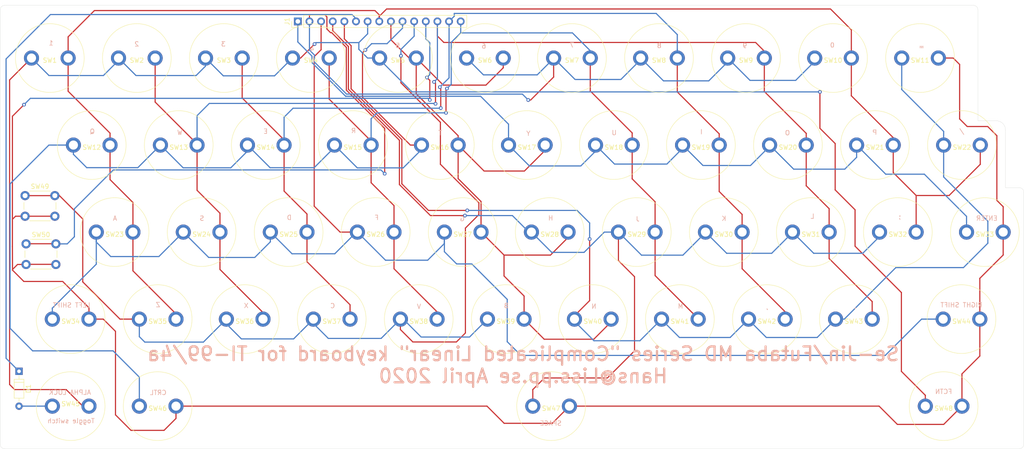
<source format=kicad_pcb>
(kicad_pcb (version 20171130) (host pcbnew "(5.1.5)-2")

  (general
    (thickness 1.6)
    (drawings 64)
    (tracks 510)
    (zones 0)
    (modules 52)
    (nets 17)
  )

  (page A4)
  (layers
    (0 F.Cu signal)
    (31 B.Cu signal)
    (32 B.Adhes user)
    (33 F.Adhes user)
    (34 B.Paste user)
    (35 F.Paste user)
    (36 B.SilkS user)
    (37 F.SilkS user)
    (38 B.Mask user)
    (39 F.Mask user)
    (40 Dwgs.User user)
    (41 Cmts.User user)
    (42 Eco1.User user)
    (43 Eco2.User user)
    (44 Edge.Cuts user)
    (45 Margin user)
    (46 B.CrtYd user)
    (47 F.CrtYd user)
    (48 B.Fab user)
    (49 F.Fab user)
  )

  (setup
    (last_trace_width 0.25)
    (trace_clearance 0.2)
    (zone_clearance 0.508)
    (zone_45_only no)
    (trace_min 0.2)
    (via_size 0.8)
    (via_drill 0.4)
    (via_min_size 0.4)
    (via_min_drill 0.3)
    (uvia_size 0.3)
    (uvia_drill 0.1)
    (uvias_allowed no)
    (uvia_min_size 0.2)
    (uvia_min_drill 0.1)
    (edge_width 0.05)
    (segment_width 0.2)
    (pcb_text_width 0.3)
    (pcb_text_size 1.5 1.5)
    (mod_edge_width 0.12)
    (mod_text_size 1 1)
    (mod_text_width 0.15)
    (pad_size 1.524 1.524)
    (pad_drill 0.762)
    (pad_to_mask_clearance 0.051)
    (solder_mask_min_width 0.25)
    (aux_axis_origin 0 0)
    (visible_elements FFFFFF7F)
    (pcbplotparams
      (layerselection 0x010fc_ffffffff)
      (usegerberextensions false)
      (usegerberattributes false)
      (usegerberadvancedattributes false)
      (creategerberjobfile false)
      (excludeedgelayer true)
      (linewidth 0.100000)
      (plotframeref false)
      (viasonmask false)
      (mode 1)
      (useauxorigin false)
      (hpglpennumber 1)
      (hpglpenspeed 20)
      (hpglpendiameter 15.000000)
      (psnegative false)
      (psa4output false)
      (plotreference true)
      (plotvalue true)
      (plotinvisibletext false)
      (padsonsilk false)
      (subtractmaskfromsilk false)
      (outputformat 1)
      (mirror false)
      (drillshape 0)
      (scaleselection 1)
      (outputdirectory "Gerber/"))
  )

  (net 0 "")
  (net 1 "Net-(D1-Pad2)")
  (net 2 /P_5)
  (net 3 /2Y3)
  (net 4 /2Y2)
  (net 5 /2Y1)
  (net 6 /2Y0)
  (net 7 /INT_10)
  (net 8 /INT_9)
  (net 9 /1Y0)
  (net 10 /1Y1)
  (net 11 /INT_7)
  (net 12 /INT_3)
  (net 13 /INT_4)
  (net 14 /INT_8)
  (net 15 /INT_6)
  (net 16 /INT_5)

  (net_class Default "This is the default net class."
    (clearance 0.2)
    (trace_width 0.25)
    (via_dia 0.8)
    (via_drill 0.4)
    (uvia_dia 0.3)
    (uvia_drill 0.1)
    (add_net /1Y0)
    (add_net /1Y1)
    (add_net /2Y0)
    (add_net /2Y1)
    (add_net /2Y2)
    (add_net /2Y3)
    (add_net /INT_10)
    (add_net /INT_3)
    (add_net /INT_4)
    (add_net /INT_5)
    (add_net /INT_6)
    (add_net /INT_7)
    (add_net /INT_8)
    (add_net /INT_9)
    (add_net /P_5)
    (add_net "Net-(D1-Pad2)")
  )

  (module Futaba:Futaba_MD_keyswitch (layer F.Cu) (tedit 5E8583FF) (tstamp 5E858D95)
    (at 73.26 129.18)
    (path /5E85A2A0)
    (fp_text reference SW35 (at 0 0.5) (layer F.SilkS)
      (effects (font (size 1 1) (thickness 0.15)))
    )
    (fp_text value SW_Z (at 0 -0.5) (layer F.Fab)
      (effects (font (size 1 1) (thickness 0.15)))
    )
    (fp_line (start -8.5 8.5) (end -8.5 -8.5) (layer F.CrtYd) (width 0.12))
    (fp_line (start 8.5 8.5) (end -8.5 8.5) (layer F.CrtYd) (width 0.12))
    (fp_line (start 8.5 -8.5) (end 8.5 8.5) (layer F.CrtYd) (width 0.12))
    (fp_line (start -8.5 -8.5) (end 8.5 -8.5) (layer F.CrtYd) (width 0.12))
    (fp_circle (center 0 0) (end 7.5 0) (layer F.SilkS) (width 0.1))
    (pad 2 thru_hole circle (at 4 0) (size 3.3 3.3) (drill 2) (layers *.Cu *.Mask)
      (net 10 /1Y1))
    (pad 1 thru_hole circle (at -4 0) (size 3.3 3.3) (drill 2) (layers *.Cu *.Mask)
      (net 7 /INT_10))
  )

  (module Futaba:Futaba_MD_keyswitch (layer F.Cu) (tedit 5E8583FF) (tstamp 5E858D1C)
    (at 82.86 110.18)
    (path /5E860DB3)
    (fp_text reference SW24 (at 0 0.5) (layer F.SilkS)
      (effects (font (size 1 1) (thickness 0.15)))
    )
    (fp_text value SW_S (at 0 -0.5) (layer F.Fab)
      (effects (font (size 1 1) (thickness 0.15)))
    )
    (fp_circle (center 0 0) (end 7.5 0) (layer F.SilkS) (width 0.1))
    (fp_line (start -8.5 -8.5) (end 8.5 -8.5) (layer F.CrtYd) (width 0.12))
    (fp_line (start 8.5 -8.5) (end 8.5 8.5) (layer F.CrtYd) (width 0.12))
    (fp_line (start 8.5 8.5) (end -8.5 8.5) (layer F.CrtYd) (width 0.12))
    (fp_line (start -8.5 8.5) (end -8.5 -8.5) (layer F.CrtYd) (width 0.12))
    (pad 1 thru_hole circle (at -4 0) (size 3.3 3.3) (drill 2) (layers *.Cu *.Mask)
      (net 14 /INT_8))
    (pad 2 thru_hole circle (at 4 0) (size 3.3 3.3) (drill 2) (layers *.Cu *.Mask)
      (net 5 /2Y1))
  )

  (module Diodes_THT:D_DO-35_SOD27_P7.62mm_Horizontal (layer F.Cu) (tedit 5921392F) (tstamp 5E858BF1)
    (at 42.99 140.57 270)
    (descr "D, DO-35_SOD27 series, Axial, Horizontal, pin pitch=7.62mm, , length*diameter=4*2mm^2, , http://www.diodes.com/_files/packages/DO-35.pdf")
    (tags "D DO-35_SOD27 series Axial Horizontal pin pitch 7.62mm  length 4mm diameter 2mm")
    (path /5EAC40C1)
    (fp_text reference D1 (at 3.81 -2.06 90) (layer F.SilkS)
      (effects (font (size 1 1) (thickness 0.15)))
    )
    (fp_text value 1N4148 (at 3.81 2.06 90) (layer F.Fab)
      (effects (font (size 1 1) (thickness 0.15)))
    )
    (fp_line (start 8.7 -1.35) (end -1.05 -1.35) (layer F.CrtYd) (width 0.05))
    (fp_line (start 8.7 1.35) (end 8.7 -1.35) (layer F.CrtYd) (width 0.05))
    (fp_line (start -1.05 1.35) (end 8.7 1.35) (layer F.CrtYd) (width 0.05))
    (fp_line (start -1.05 -1.35) (end -1.05 1.35) (layer F.CrtYd) (width 0.05))
    (fp_line (start 2.41 -1.06) (end 2.41 1.06) (layer F.SilkS) (width 0.12))
    (fp_line (start 6.64 0) (end 5.87 0) (layer F.SilkS) (width 0.12))
    (fp_line (start 0.98 0) (end 1.75 0) (layer F.SilkS) (width 0.12))
    (fp_line (start 5.87 -1.06) (end 1.75 -1.06) (layer F.SilkS) (width 0.12))
    (fp_line (start 5.87 1.06) (end 5.87 -1.06) (layer F.SilkS) (width 0.12))
    (fp_line (start 1.75 1.06) (end 5.87 1.06) (layer F.SilkS) (width 0.12))
    (fp_line (start 1.75 -1.06) (end 1.75 1.06) (layer F.SilkS) (width 0.12))
    (fp_line (start 2.41 -1) (end 2.41 1) (layer F.Fab) (width 0.1))
    (fp_line (start 7.62 0) (end 5.81 0) (layer F.Fab) (width 0.1))
    (fp_line (start 0 0) (end 1.81 0) (layer F.Fab) (width 0.1))
    (fp_line (start 5.81 -1) (end 1.81 -1) (layer F.Fab) (width 0.1))
    (fp_line (start 5.81 1) (end 5.81 -1) (layer F.Fab) (width 0.1))
    (fp_line (start 1.81 1) (end 5.81 1) (layer F.Fab) (width 0.1))
    (fp_line (start 1.81 -1) (end 1.81 1) (layer F.Fab) (width 0.1))
    (fp_text user %R (at 3.81 0 90) (layer F.Fab)
      (effects (font (size 1 1) (thickness 0.15)))
    )
    (pad 2 thru_hole oval (at 7.62 0 270) (size 1.6 1.6) (drill 0.8) (layers *.Cu *.Mask)
      (net 1 "Net-(D1-Pad2)"))
    (pad 1 thru_hole rect (at 0 0 270) (size 1.6 1.6) (drill 0.8) (layers *.Cu *.Mask)
      (net 2 /P_5))
    (model ${KISYS3DMOD}/Diodes_THT.3dshapes/D_DO-35_SOD27_P7.62mm_Horizontal.wrl
      (at (xyz 0 0 0))
      (scale (xyz 0.393701 0.393701 0.393701))
      (rotate (xyz 0 0 0))
    )
  )

  (module Pin_Headers:Pin_Header_Straight_1x15_Pitch2.54mm (layer F.Cu) (tedit 59650532) (tstamp 5E858C14)
    (at 103.86 64.18 90)
    (descr "Through hole straight pin header, 1x15, 2.54mm pitch, single row")
    (tags "Through hole pin header THT 1x15 2.54mm single row")
    (path /5E85765A)
    (fp_text reference J1 (at 0 -2.33 90) (layer F.SilkS)
      (effects (font (size 1 1) (thickness 0.15)))
    )
    (fp_text value Conn_01x15 (at 0 37.89 90) (layer F.Fab)
      (effects (font (size 1 1) (thickness 0.15)))
    )
    (fp_text user %R (at 0 17.78) (layer F.Fab)
      (effects (font (size 1 1) (thickness 0.15)))
    )
    (fp_line (start 1.8 -1.8) (end -1.8 -1.8) (layer F.CrtYd) (width 0.05))
    (fp_line (start 1.8 37.35) (end 1.8 -1.8) (layer F.CrtYd) (width 0.05))
    (fp_line (start -1.8 37.35) (end 1.8 37.35) (layer F.CrtYd) (width 0.05))
    (fp_line (start -1.8 -1.8) (end -1.8 37.35) (layer F.CrtYd) (width 0.05))
    (fp_line (start -1.33 -1.33) (end 0 -1.33) (layer F.SilkS) (width 0.12))
    (fp_line (start -1.33 0) (end -1.33 -1.33) (layer F.SilkS) (width 0.12))
    (fp_line (start -1.33 1.27) (end 1.33 1.27) (layer F.SilkS) (width 0.12))
    (fp_line (start 1.33 1.27) (end 1.33 36.89) (layer F.SilkS) (width 0.12))
    (fp_line (start -1.33 1.27) (end -1.33 36.89) (layer F.SilkS) (width 0.12))
    (fp_line (start -1.33 36.89) (end 1.33 36.89) (layer F.SilkS) (width 0.12))
    (fp_line (start -1.27 -0.635) (end -0.635 -1.27) (layer F.Fab) (width 0.1))
    (fp_line (start -1.27 36.83) (end -1.27 -0.635) (layer F.Fab) (width 0.1))
    (fp_line (start 1.27 36.83) (end -1.27 36.83) (layer F.Fab) (width 0.1))
    (fp_line (start 1.27 -1.27) (end 1.27 36.83) (layer F.Fab) (width 0.1))
    (fp_line (start -0.635 -1.27) (end 1.27 -1.27) (layer F.Fab) (width 0.1))
    (pad 15 thru_hole oval (at 0 35.56 90) (size 1.7 1.7) (drill 1) (layers *.Cu *.Mask)
      (net 3 /2Y3))
    (pad 14 thru_hole oval (at 0 33.02 90) (size 1.7 1.7) (drill 1) (layers *.Cu *.Mask)
      (net 4 /2Y2))
    (pad 13 thru_hole oval (at 0 30.48 90) (size 1.7 1.7) (drill 1) (layers *.Cu *.Mask)
      (net 5 /2Y1))
    (pad 12 thru_hole oval (at 0 27.94 90) (size 1.7 1.7) (drill 1) (layers *.Cu *.Mask)
      (net 6 /2Y0))
    (pad 11 thru_hole oval (at 0 25.4 90) (size 1.7 1.7) (drill 1) (layers *.Cu *.Mask)
      (net 7 /INT_10))
    (pad 10 thru_hole oval (at 0 22.86 90) (size 1.7 1.7) (drill 1) (layers *.Cu *.Mask)
      (net 8 /INT_9))
    (pad 9 thru_hole oval (at 0 20.32 90) (size 1.7 1.7) (drill 1) (layers *.Cu *.Mask)
      (net 9 /1Y0))
    (pad 8 thru_hole oval (at 0 17.78 90) (size 1.7 1.7) (drill 1) (layers *.Cu *.Mask)
      (net 10 /1Y1))
    (pad 7 thru_hole oval (at 0 15.24 90) (size 1.7 1.7) (drill 1) (layers *.Cu *.Mask)
      (net 11 /INT_7))
    (pad 6 thru_hole oval (at 0 12.7 90) (size 1.7 1.7) (drill 1) (layers *.Cu *.Mask)
      (net 2 /P_5))
    (pad 5 thru_hole oval (at 0 10.16 90) (size 1.7 1.7) (drill 1) (layers *.Cu *.Mask)
      (net 12 /INT_3))
    (pad 4 thru_hole oval (at 0 7.62 90) (size 1.7 1.7) (drill 1) (layers *.Cu *.Mask)
      (net 13 /INT_4))
    (pad 3 thru_hole oval (at 0 5.08 90) (size 1.7 1.7) (drill 1) (layers *.Cu *.Mask)
      (net 14 /INT_8))
    (pad 2 thru_hole oval (at 0 2.54 90) (size 1.7 1.7) (drill 1) (layers *.Cu *.Mask)
      (net 15 /INT_6))
    (pad 1 thru_hole rect (at 0 0 90) (size 1.7 1.7) (drill 1) (layers *.Cu *.Mask)
      (net 16 /INT_5))
    (model ${KISYS3DMOD}/Pin_Headers.3dshapes/Pin_Header_Straight_1x15_Pitch2.54mm.wrl
      (at (xyz 0 0 0))
      (scale (xyz 1 1 1))
      (rotate (xyz 0 0 0))
    )
  )

  (module Futaba:Futaba_MD_keyswitch (layer F.Cu) (tedit 5E8583FF) (tstamp 5E858C1F)
    (at 49.71 72.18)
    (path /5E85AE20)
    (fp_text reference SW1 (at 0 0.5) (layer F.SilkS)
      (effects (font (size 1 1) (thickness 0.15)))
    )
    (fp_text value SW_1 (at 0 -0.5) (layer F.Fab)
      (effects (font (size 1 1) (thickness 0.15)))
    )
    (fp_circle (center 0 0) (end 7.5 0) (layer F.SilkS) (width 0.1))
    (fp_line (start -8.5 -8.5) (end 8.5 -8.5) (layer F.CrtYd) (width 0.12))
    (fp_line (start 8.5 -8.5) (end 8.5 8.5) (layer F.CrtYd) (width 0.12))
    (fp_line (start 8.5 8.5) (end -8.5 8.5) (layer F.CrtYd) (width 0.12))
    (fp_line (start -8.5 8.5) (end -8.5 -8.5) (layer F.CrtYd) (width 0.12))
    (pad 1 thru_hole circle (at -4 0) (size 3.3 3.3) (drill 2) (layers *.Cu *.Mask)
      (net 11 /INT_7))
    (pad 2 thru_hole circle (at 4 0) (size 3.3 3.3) (drill 2) (layers *.Cu *.Mask)
      (net 10 /1Y1))
  )

  (module Futaba:Futaba_MD_keyswitch (layer F.Cu) (tedit 5E8583FF) (tstamp 5E858C2A)
    (at 68.71 72.18)
    (path /5E860DC7)
    (fp_text reference SW2 (at 0 0.5) (layer F.SilkS)
      (effects (font (size 1 1) (thickness 0.15)))
    )
    (fp_text value SW_2 (at 0 -0.5) (layer F.Fab)
      (effects (font (size 1 1) (thickness 0.15)))
    )
    (fp_circle (center 0 0) (end 7.5 0) (layer F.SilkS) (width 0.1))
    (fp_line (start -8.5 -8.5) (end 8.5 -8.5) (layer F.CrtYd) (width 0.12))
    (fp_line (start 8.5 -8.5) (end 8.5 8.5) (layer F.CrtYd) (width 0.12))
    (fp_line (start 8.5 8.5) (end -8.5 8.5) (layer F.CrtYd) (width 0.12))
    (fp_line (start -8.5 8.5) (end -8.5 -8.5) (layer F.CrtYd) (width 0.12))
    (pad 1 thru_hole circle (at -4 0) (size 3.3 3.3) (drill 2) (layers *.Cu *.Mask)
      (net 11 /INT_7))
    (pad 2 thru_hole circle (at 4 0) (size 3.3 3.3) (drill 2) (layers *.Cu *.Mask)
      (net 5 /2Y1))
  )

  (module Futaba:Futaba_MD_keyswitch (layer F.Cu) (tedit 5E8583FF) (tstamp 5E858C35)
    (at 87.71 72.18)
    (path /5E866D45)
    (fp_text reference SW3 (at 0 0.5) (layer F.SilkS)
      (effects (font (size 1 1) (thickness 0.15)))
    )
    (fp_text value SW_3 (at 0 -0.5) (layer F.Fab)
      (effects (font (size 1 1) (thickness 0.15)))
    )
    (fp_circle (center 0 0) (end 7.5 0) (layer F.SilkS) (width 0.1))
    (fp_line (start -8.5 -8.5) (end 8.5 -8.5) (layer F.CrtYd) (width 0.12))
    (fp_line (start 8.5 -8.5) (end 8.5 8.5) (layer F.CrtYd) (width 0.12))
    (fp_line (start 8.5 8.5) (end -8.5 8.5) (layer F.CrtYd) (width 0.12))
    (fp_line (start -8.5 8.5) (end -8.5 -8.5) (layer F.CrtYd) (width 0.12))
    (pad 1 thru_hole circle (at -4 0) (size 3.3 3.3) (drill 2) (layers *.Cu *.Mask)
      (net 11 /INT_7))
    (pad 2 thru_hole circle (at 4 0) (size 3.3 3.3) (drill 2) (layers *.Cu *.Mask)
      (net 4 /2Y2))
  )

  (module Futaba:Futaba_MD_keyswitch (layer F.Cu) (tedit 5E8583FF) (tstamp 5E858C40)
    (at 106.71 72.18)
    (path /5E866D95)
    (fp_text reference SW4 (at 0 0.5) (layer F.SilkS)
      (effects (font (size 1 1) (thickness 0.15)))
    )
    (fp_text value SW_4 (at 0 -0.5) (layer F.Fab)
      (effects (font (size 1 1) (thickness 0.15)))
    )
    (fp_circle (center 0 0) (end 7.5 0) (layer F.SilkS) (width 0.1))
    (fp_line (start -8.5 -8.5) (end 8.5 -8.5) (layer F.CrtYd) (width 0.12))
    (fp_line (start 8.5 -8.5) (end 8.5 8.5) (layer F.CrtYd) (width 0.12))
    (fp_line (start 8.5 8.5) (end -8.5 8.5) (layer F.CrtYd) (width 0.12))
    (fp_line (start -8.5 8.5) (end -8.5 -8.5) (layer F.CrtYd) (width 0.12))
    (pad 1 thru_hole circle (at -4 0) (size 3.3 3.3) (drill 2) (layers *.Cu *.Mask)
      (net 11 /INT_7))
    (pad 2 thru_hole circle (at 4 0) (size 3.3 3.3) (drill 2) (layers *.Cu *.Mask)
      (net 3 /2Y3))
  )

  (module Futaba:Futaba_MD_keyswitch (layer F.Cu) (tedit 5E8583FF) (tstamp 5E858C4B)
    (at 125.71 72.18)
    (path /5E8707DD)
    (fp_text reference SW5 (at 0 0.5) (layer F.SilkS)
      (effects (font (size 1 1) (thickness 0.15)))
    )
    (fp_text value SW_5 (at 0 -0.5) (layer F.Fab)
      (effects (font (size 1 1) (thickness 0.15)))
    )
    (fp_circle (center 0 0) (end 7.5 0) (layer F.SilkS) (width 0.1))
    (fp_line (start -8.5 -8.5) (end 8.5 -8.5) (layer F.CrtYd) (width 0.12))
    (fp_line (start 8.5 -8.5) (end 8.5 8.5) (layer F.CrtYd) (width 0.12))
    (fp_line (start 8.5 8.5) (end -8.5 8.5) (layer F.CrtYd) (width 0.12))
    (fp_line (start -8.5 8.5) (end -8.5 -8.5) (layer F.CrtYd) (width 0.12))
    (pad 1 thru_hole circle (at -4 0) (size 3.3 3.3) (drill 2) (layers *.Cu *.Mask)
      (net 11 /INT_7))
    (pad 2 thru_hole circle (at 4 0) (size 3.3 3.3) (drill 2) (layers *.Cu *.Mask)
      (net 9 /1Y0))
  )

  (module Futaba:Futaba_MD_keyswitch (layer F.Cu) (tedit 5E8583FF) (tstamp 5E858C56)
    (at 144.71 72.18)
    (path /5E8707B5)
    (fp_text reference SW6 (at 0 0.5) (layer F.SilkS)
      (effects (font (size 1 1) (thickness 0.15)))
    )
    (fp_text value SW_6 (at 0 -0.5) (layer F.Fab)
      (effects (font (size 1 1) (thickness 0.15)))
    )
    (fp_circle (center 0 0) (end 7.5 0) (layer F.SilkS) (width 0.1))
    (fp_line (start -8.5 -8.5) (end 8.5 -8.5) (layer F.CrtYd) (width 0.12))
    (fp_line (start 8.5 -8.5) (end 8.5 8.5) (layer F.CrtYd) (width 0.12))
    (fp_line (start 8.5 8.5) (end -8.5 8.5) (layer F.CrtYd) (width 0.12))
    (fp_line (start -8.5 8.5) (end -8.5 -8.5) (layer F.CrtYd) (width 0.12))
    (pad 1 thru_hole circle (at -4 0) (size 3.3 3.3) (drill 2) (layers *.Cu *.Mask)
      (net 15 /INT_6))
    (pad 2 thru_hole circle (at 4 0) (size 3.3 3.3) (drill 2) (layers *.Cu *.Mask)
      (net 9 /1Y0))
  )

  (module Futaba:Futaba_MD_keyswitch (layer F.Cu) (tedit 5E8583FF) (tstamp 5E858C61)
    (at 163.71 72.18)
    (path /5E866D6D)
    (fp_text reference SW7 (at 0 0.5) (layer F.SilkS)
      (effects (font (size 1 1) (thickness 0.15)))
    )
    (fp_text value SW_7 (at 0 -0.5) (layer F.Fab)
      (effects (font (size 1 1) (thickness 0.15)))
    )
    (fp_circle (center 0 0) (end 7.5 0) (layer F.SilkS) (width 0.1))
    (fp_line (start -8.5 -8.5) (end 8.5 -8.5) (layer F.CrtYd) (width 0.12))
    (fp_line (start 8.5 -8.5) (end 8.5 8.5) (layer F.CrtYd) (width 0.12))
    (fp_line (start 8.5 8.5) (end -8.5 8.5) (layer F.CrtYd) (width 0.12))
    (fp_line (start -8.5 8.5) (end -8.5 -8.5) (layer F.CrtYd) (width 0.12))
    (pad 1 thru_hole circle (at -4 0) (size 3.3 3.3) (drill 2) (layers *.Cu *.Mask)
      (net 15 /INT_6))
    (pad 2 thru_hole circle (at 4 0) (size 3.3 3.3) (drill 2) (layers *.Cu *.Mask)
      (net 3 /2Y3))
  )

  (module Futaba:Futaba_MD_keyswitch (layer F.Cu) (tedit 5E8583FF) (tstamp 5E858C6C)
    (at 182.71 72.18)
    (path /5E866D1D)
    (fp_text reference SW8 (at 0 0.5) (layer F.SilkS)
      (effects (font (size 1 1) (thickness 0.15)))
    )
    (fp_text value SW_8 (at 0 -0.5) (layer F.Fab)
      (effects (font (size 1 1) (thickness 0.15)))
    )
    (fp_circle (center 0 0) (end 7.5 0) (layer F.SilkS) (width 0.1))
    (fp_line (start -8.5 -8.5) (end 8.5 -8.5) (layer F.CrtYd) (width 0.12))
    (fp_line (start 8.5 -8.5) (end 8.5 8.5) (layer F.CrtYd) (width 0.12))
    (fp_line (start 8.5 8.5) (end -8.5 8.5) (layer F.CrtYd) (width 0.12))
    (fp_line (start -8.5 8.5) (end -8.5 -8.5) (layer F.CrtYd) (width 0.12))
    (pad 1 thru_hole circle (at -4 0) (size 3.3 3.3) (drill 2) (layers *.Cu *.Mask)
      (net 15 /INT_6))
    (pad 2 thru_hole circle (at 4 0) (size 3.3 3.3) (drill 2) (layers *.Cu *.Mask)
      (net 4 /2Y2))
  )

  (module Futaba:Futaba_MD_keyswitch (layer F.Cu) (tedit 5E8583FF) (tstamp 5E858C77)
    (at 201.71 72.18)
    (path /5E860D9F)
    (fp_text reference SW9 (at 0 0.5) (layer F.SilkS)
      (effects (font (size 1 1) (thickness 0.15)))
    )
    (fp_text value SW_9 (at 0 -0.5) (layer F.Fab)
      (effects (font (size 1 1) (thickness 0.15)))
    )
    (fp_circle (center 0 0) (end 7.5 0) (layer F.SilkS) (width 0.1))
    (fp_line (start -8.5 -8.5) (end 8.5 -8.5) (layer F.CrtYd) (width 0.12))
    (fp_line (start 8.5 -8.5) (end 8.5 8.5) (layer F.CrtYd) (width 0.12))
    (fp_line (start 8.5 8.5) (end -8.5 8.5) (layer F.CrtYd) (width 0.12))
    (fp_line (start -8.5 8.5) (end -8.5 -8.5) (layer F.CrtYd) (width 0.12))
    (pad 1 thru_hole circle (at -4 0) (size 3.3 3.3) (drill 2) (layers *.Cu *.Mask)
      (net 15 /INT_6))
    (pad 2 thru_hole circle (at 4 0) (size 3.3 3.3) (drill 2) (layers *.Cu *.Mask)
      (net 5 /2Y1))
  )

  (module Futaba:Futaba_MD_keyswitch (layer F.Cu) (tedit 5E8583FF) (tstamp 5E858C82)
    (at 220.71 72.18)
    (path /5E859F05)
    (fp_text reference SW10 (at 0 0.5) (layer F.SilkS)
      (effects (font (size 1 1) (thickness 0.15)))
    )
    (fp_text value SW_0 (at 0 -0.5) (layer F.Fab)
      (effects (font (size 1 1) (thickness 0.15)))
    )
    (fp_circle (center 0 0) (end 7.5 0) (layer F.SilkS) (width 0.1))
    (fp_line (start -8.5 -8.5) (end 8.5 -8.5) (layer F.CrtYd) (width 0.12))
    (fp_line (start 8.5 -8.5) (end 8.5 8.5) (layer F.CrtYd) (width 0.12))
    (fp_line (start 8.5 8.5) (end -8.5 8.5) (layer F.CrtYd) (width 0.12))
    (fp_line (start -8.5 8.5) (end -8.5 -8.5) (layer F.CrtYd) (width 0.12))
    (pad 1 thru_hole circle (at -4 0) (size 3.3 3.3) (drill 2) (layers *.Cu *.Mask)
      (net 15 /INT_6))
    (pad 2 thru_hole circle (at 4 0) (size 3.3 3.3) (drill 2) (layers *.Cu *.Mask)
      (net 10 /1Y1))
  )

  (module Futaba:Futaba_MD_keyswitch (layer F.Cu) (tedit 5E8583FF) (tstamp 5E858C8D)
    (at 239.71 72.18)
    (path /5E8707E7)
    (fp_text reference SW11 (at 0 0.5) (layer F.SilkS)
      (effects (font (size 1 1) (thickness 0.15)))
    )
    (fp_text value SW_equals (at 0 -0.5) (layer F.Fab)
      (effects (font (size 1 1) (thickness 0.15)))
    )
    (fp_line (start -8.5 8.5) (end -8.5 -8.5) (layer F.CrtYd) (width 0.12))
    (fp_line (start 8.5 8.5) (end -8.5 8.5) (layer F.CrtYd) (width 0.12))
    (fp_line (start 8.5 -8.5) (end 8.5 8.5) (layer F.CrtYd) (width 0.12))
    (fp_line (start -8.5 -8.5) (end 8.5 -8.5) (layer F.CrtYd) (width 0.12))
    (fp_circle (center 0 0) (end 7.5 0) (layer F.SilkS) (width 0.1))
    (pad 2 thru_hole circle (at 4 0) (size 3.3 3.3) (drill 2) (layers *.Cu *.Mask)
      (net 6 /2Y0))
    (pad 1 thru_hole circle (at -4 0) (size 3.3 3.3) (drill 2) (layers *.Cu *.Mask)
      (net 12 /INT_3))
  )

  (module Futaba:Futaba_MD_keyswitch (layer F.Cu) (tedit 5E8583FF) (tstamp 5E858C98)
    (at 58.86 91.18)
    (path /5E85AAE9)
    (fp_text reference SW12 (at 0 0.5) (layer F.SilkS)
      (effects (font (size 1 1) (thickness 0.15)))
    )
    (fp_text value SW_Q (at 0 -0.5) (layer F.Fab)
      (effects (font (size 1 1) (thickness 0.15)))
    )
    (fp_line (start -8.5 8.5) (end -8.5 -8.5) (layer F.CrtYd) (width 0.12))
    (fp_line (start 8.5 8.5) (end -8.5 8.5) (layer F.CrtYd) (width 0.12))
    (fp_line (start 8.5 -8.5) (end 8.5 8.5) (layer F.CrtYd) (width 0.12))
    (fp_line (start -8.5 -8.5) (end 8.5 -8.5) (layer F.CrtYd) (width 0.12))
    (fp_circle (center 0 0) (end 7.5 0) (layer F.SilkS) (width 0.1))
    (pad 2 thru_hole circle (at 4 0) (size 3.3 3.3) (drill 2) (layers *.Cu *.Mask)
      (net 10 /1Y1))
    (pad 1 thru_hole circle (at -4 0) (size 3.3 3.3) (drill 2) (layers *.Cu *.Mask)
      (net 8 /INT_9))
  )

  (module Futaba:Futaba_MD_keyswitch (layer F.Cu) (tedit 5E8583FF) (tstamp 5E858CA3)
    (at 77.86 91.18)
    (path /5E860DBD)
    (fp_text reference SW13 (at 0 0.5) (layer F.SilkS)
      (effects (font (size 1 1) (thickness 0.15)))
    )
    (fp_text value SW_W (at 0 -0.5) (layer F.Fab)
      (effects (font (size 1 1) (thickness 0.15)))
    )
    (fp_line (start -8.5 8.5) (end -8.5 -8.5) (layer F.CrtYd) (width 0.12))
    (fp_line (start 8.5 8.5) (end -8.5 8.5) (layer F.CrtYd) (width 0.12))
    (fp_line (start 8.5 -8.5) (end 8.5 8.5) (layer F.CrtYd) (width 0.12))
    (fp_line (start -8.5 -8.5) (end 8.5 -8.5) (layer F.CrtYd) (width 0.12))
    (fp_circle (center 0 0) (end 7.5 0) (layer F.SilkS) (width 0.1))
    (pad 2 thru_hole circle (at 4 0) (size 3.3 3.3) (drill 2) (layers *.Cu *.Mask)
      (net 5 /2Y1))
    (pad 1 thru_hole circle (at -4 0) (size 3.3 3.3) (drill 2) (layers *.Cu *.Mask)
      (net 8 /INT_9))
  )

  (module Futaba:Futaba_MD_keyswitch (layer F.Cu) (tedit 5E8583FF) (tstamp 5E858CAE)
    (at 96.86 91.18)
    (path /5E866D3B)
    (fp_text reference SW14 (at 0 0.5) (layer F.SilkS)
      (effects (font (size 1 1) (thickness 0.15)))
    )
    (fp_text value SW_E (at 0 -0.5) (layer F.Fab)
      (effects (font (size 1 1) (thickness 0.15)))
    )
    (fp_line (start -8.5 8.5) (end -8.5 -8.5) (layer F.CrtYd) (width 0.12))
    (fp_line (start 8.5 8.5) (end -8.5 8.5) (layer F.CrtYd) (width 0.12))
    (fp_line (start 8.5 -8.5) (end 8.5 8.5) (layer F.CrtYd) (width 0.12))
    (fp_line (start -8.5 -8.5) (end 8.5 -8.5) (layer F.CrtYd) (width 0.12))
    (fp_circle (center 0 0) (end 7.5 0) (layer F.SilkS) (width 0.1))
    (pad 2 thru_hole circle (at 4 0) (size 3.3 3.3) (drill 2) (layers *.Cu *.Mask)
      (net 4 /2Y2))
    (pad 1 thru_hole circle (at -4 0) (size 3.3 3.3) (drill 2) (layers *.Cu *.Mask)
      (net 8 /INT_9))
  )

  (module Futaba:Futaba_MD_keyswitch (layer F.Cu) (tedit 5E8583FF) (tstamp 5E858CB9)
    (at 115.86 91.18)
    (path /5E866D8B)
    (fp_text reference SW15 (at 0 0.5) (layer F.SilkS)
      (effects (font (size 1 1) (thickness 0.15)))
    )
    (fp_text value SW_R (at 0 -0.5) (layer F.Fab)
      (effects (font (size 1 1) (thickness 0.15)))
    )
    (fp_line (start -8.5 8.5) (end -8.5 -8.5) (layer F.CrtYd) (width 0.12))
    (fp_line (start 8.5 8.5) (end -8.5 8.5) (layer F.CrtYd) (width 0.12))
    (fp_line (start 8.5 -8.5) (end 8.5 8.5) (layer F.CrtYd) (width 0.12))
    (fp_line (start -8.5 -8.5) (end 8.5 -8.5) (layer F.CrtYd) (width 0.12))
    (fp_circle (center 0 0) (end 7.5 0) (layer F.SilkS) (width 0.1))
    (pad 2 thru_hole circle (at 4 0) (size 3.3 3.3) (drill 2) (layers *.Cu *.Mask)
      (net 3 /2Y3))
    (pad 1 thru_hole circle (at -4 0) (size 3.3 3.3) (drill 2) (layers *.Cu *.Mask)
      (net 8 /INT_9))
  )

  (module Futaba:Futaba_MD_keyswitch (layer F.Cu) (tedit 5E8583FF) (tstamp 5E858CC4)
    (at 134.86 91.18)
    (path /5E8707D3)
    (fp_text reference SW16 (at 0 0.5) (layer F.SilkS)
      (effects (font (size 1 1) (thickness 0.15)))
    )
    (fp_text value SW_T (at 0 -0.5) (layer F.Fab)
      (effects (font (size 1 1) (thickness 0.15)))
    )
    (fp_line (start -8.5 8.5) (end -8.5 -8.5) (layer F.CrtYd) (width 0.12))
    (fp_line (start 8.5 8.5) (end -8.5 8.5) (layer F.CrtYd) (width 0.12))
    (fp_line (start 8.5 -8.5) (end 8.5 8.5) (layer F.CrtYd) (width 0.12))
    (fp_line (start -8.5 -8.5) (end 8.5 -8.5) (layer F.CrtYd) (width 0.12))
    (fp_circle (center 0 0) (end 7.5 0) (layer F.SilkS) (width 0.1))
    (pad 2 thru_hole circle (at 4 0) (size 3.3 3.3) (drill 2) (layers *.Cu *.Mask)
      (net 9 /1Y0))
    (pad 1 thru_hole circle (at -4 0) (size 3.3 3.3) (drill 2) (layers *.Cu *.Mask)
      (net 8 /INT_9))
  )

  (module Futaba:Futaba_MD_keyswitch (layer F.Cu) (tedit 5E8583FF) (tstamp 5E858CCF)
    (at 153.86 91.18)
    (path /5E8707AB)
    (fp_text reference SW17 (at 0 0.5) (layer F.SilkS)
      (effects (font (size 1 1) (thickness 0.15)))
    )
    (fp_text value SW_Y (at 0 -0.5) (layer F.Fab)
      (effects (font (size 1 1) (thickness 0.15)))
    )
    (fp_line (start -8.5 8.5) (end -8.5 -8.5) (layer F.CrtYd) (width 0.12))
    (fp_line (start 8.5 8.5) (end -8.5 8.5) (layer F.CrtYd) (width 0.12))
    (fp_line (start 8.5 -8.5) (end 8.5 8.5) (layer F.CrtYd) (width 0.12))
    (fp_line (start -8.5 -8.5) (end 8.5 -8.5) (layer F.CrtYd) (width 0.12))
    (fp_circle (center 0 0) (end 7.5 0) (layer F.SilkS) (width 0.1))
    (pad 2 thru_hole circle (at 4 0) (size 3.3 3.3) (drill 2) (layers *.Cu *.Mask)
      (net 9 /1Y0))
    (pad 1 thru_hole circle (at -4 0) (size 3.3 3.3) (drill 2) (layers *.Cu *.Mask)
      (net 16 /INT_5))
  )

  (module Futaba:Futaba_MD_keyswitch (layer F.Cu) (tedit 5E8583FF) (tstamp 5E858CDA)
    (at 172.86 91.18)
    (path /5E866D63)
    (fp_text reference SW18 (at 0 0.5) (layer F.SilkS)
      (effects (font (size 1 1) (thickness 0.15)))
    )
    (fp_text value SW_U (at 0 -0.5) (layer F.Fab)
      (effects (font (size 1 1) (thickness 0.15)))
    )
    (fp_circle (center 0 0) (end 7.5 0) (layer F.SilkS) (width 0.1))
    (fp_line (start -8.5 -8.5) (end 8.5 -8.5) (layer F.CrtYd) (width 0.12))
    (fp_line (start 8.5 -8.5) (end 8.5 8.5) (layer F.CrtYd) (width 0.12))
    (fp_line (start 8.5 8.5) (end -8.5 8.5) (layer F.CrtYd) (width 0.12))
    (fp_line (start -8.5 8.5) (end -8.5 -8.5) (layer F.CrtYd) (width 0.12))
    (pad 1 thru_hole circle (at -4 0) (size 3.3 3.3) (drill 2) (layers *.Cu *.Mask)
      (net 16 /INT_5))
    (pad 2 thru_hole circle (at 4 0) (size 3.3 3.3) (drill 2) (layers *.Cu *.Mask)
      (net 3 /2Y3))
  )

  (module Futaba:Futaba_MD_keyswitch (layer F.Cu) (tedit 5E8583FF) (tstamp 5E858CE5)
    (at 191.86 91.18)
    (path /5E866D13)
    (fp_text reference SW19 (at 0 0.5) (layer F.SilkS)
      (effects (font (size 1 1) (thickness 0.15)))
    )
    (fp_text value SW_I (at 0 -0.5) (layer F.Fab)
      (effects (font (size 1 1) (thickness 0.15)))
    )
    (fp_line (start -8.5 8.5) (end -8.5 -8.5) (layer F.CrtYd) (width 0.12))
    (fp_line (start 8.5 8.5) (end -8.5 8.5) (layer F.CrtYd) (width 0.12))
    (fp_line (start 8.5 -8.5) (end 8.5 8.5) (layer F.CrtYd) (width 0.12))
    (fp_line (start -8.5 -8.5) (end 8.5 -8.5) (layer F.CrtYd) (width 0.12))
    (fp_circle (center 0 0) (end 7.5 0) (layer F.SilkS) (width 0.1))
    (pad 2 thru_hole circle (at 4 0) (size 3.3 3.3) (drill 2) (layers *.Cu *.Mask)
      (net 4 /2Y2))
    (pad 1 thru_hole circle (at -4 0) (size 3.3 3.3) (drill 2) (layers *.Cu *.Mask)
      (net 16 /INT_5))
  )

  (module Futaba:Futaba_MD_keyswitch (layer F.Cu) (tedit 5E8583FF) (tstamp 5E858CF0)
    (at 210.86 91.18)
    (path /5E860D95)
    (fp_text reference SW20 (at 0 0.5) (layer F.SilkS)
      (effects (font (size 1 1) (thickness 0.15)))
    )
    (fp_text value SW_O (at 0 -0.5) (layer F.Fab)
      (effects (font (size 1 1) (thickness 0.15)))
    )
    (fp_line (start -8.5 8.5) (end -8.5 -8.5) (layer F.CrtYd) (width 0.12))
    (fp_line (start 8.5 8.5) (end -8.5 8.5) (layer F.CrtYd) (width 0.12))
    (fp_line (start 8.5 -8.5) (end 8.5 8.5) (layer F.CrtYd) (width 0.12))
    (fp_line (start -8.5 -8.5) (end 8.5 -8.5) (layer F.CrtYd) (width 0.12))
    (fp_circle (center 0 0) (end 7.5 0) (layer F.SilkS) (width 0.1))
    (pad 2 thru_hole circle (at 4 0) (size 3.3 3.3) (drill 2) (layers *.Cu *.Mask)
      (net 5 /2Y1))
    (pad 1 thru_hole circle (at -4 0) (size 3.3 3.3) (drill 2) (layers *.Cu *.Mask)
      (net 16 /INT_5))
  )

  (module Futaba:Futaba_MD_keyswitch (layer F.Cu) (tedit 5E8583FF) (tstamp 5E858CFB)
    (at 229.86 91.18)
    (path /5E859BB3)
    (fp_text reference SW21 (at 0 0.5) (layer F.SilkS)
      (effects (font (size 1 1) (thickness 0.15)))
    )
    (fp_text value SW_P (at 0 -0.5) (layer F.Fab)
      (effects (font (size 1 1) (thickness 0.15)))
    )
    (fp_line (start -8.5 8.5) (end -8.5 -8.5) (layer F.CrtYd) (width 0.12))
    (fp_line (start 8.5 8.5) (end -8.5 8.5) (layer F.CrtYd) (width 0.12))
    (fp_line (start 8.5 -8.5) (end 8.5 8.5) (layer F.CrtYd) (width 0.12))
    (fp_line (start -8.5 -8.5) (end 8.5 -8.5) (layer F.CrtYd) (width 0.12))
    (fp_circle (center 0 0) (end 7.5 0) (layer F.SilkS) (width 0.1))
    (pad 2 thru_hole circle (at 4 0) (size 3.3 3.3) (drill 2) (layers *.Cu *.Mask)
      (net 10 /1Y1))
    (pad 1 thru_hole circle (at -4 0) (size 3.3 3.3) (drill 2) (layers *.Cu *.Mask)
      (net 16 /INT_5))
  )

  (module Futaba:Futaba_MD_keyswitch (layer F.Cu) (tedit 5E8583FF) (tstamp 5E858D06)
    (at 248.86 91.18)
    (path /5E859290)
    (fp_text reference SW22 (at 0 0.5) (layer F.SilkS)
      (effects (font (size 1 1) (thickness 0.15)))
    )
    (fp_text value SW_slash (at 0 -0.5) (layer F.Fab)
      (effects (font (size 1 1) (thickness 0.15)))
    )
    (fp_line (start -8.5 8.5) (end -8.5 -8.5) (layer F.CrtYd) (width 0.12))
    (fp_line (start 8.5 8.5) (end -8.5 8.5) (layer F.CrtYd) (width 0.12))
    (fp_line (start 8.5 -8.5) (end 8.5 8.5) (layer F.CrtYd) (width 0.12))
    (fp_line (start -8.5 -8.5) (end 8.5 -8.5) (layer F.CrtYd) (width 0.12))
    (fp_circle (center 0 0) (end 7.5 0) (layer F.SilkS) (width 0.1))
    (pad 2 thru_hole circle (at 4 0) (size 3.3 3.3) (drill 2) (layers *.Cu *.Mask)
      (net 10 /1Y1))
    (pad 1 thru_hole circle (at -4 0) (size 3.3 3.3) (drill 2) (layers *.Cu *.Mask)
      (net 12 /INT_3))
  )

  (module Futaba:Futaba_MD_keyswitch (layer F.Cu) (tedit 5E8583FF) (tstamp 5E858D11)
    (at 63.86 110.18)
    (path /5E85A75E)
    (fp_text reference SW23 (at 0 0.5) (layer F.SilkS)
      (effects (font (size 1 1) (thickness 0.15)))
    )
    (fp_text value SW_A (at 0 -0.5) (layer F.Fab)
      (effects (font (size 1 1) (thickness 0.15)))
    )
    (fp_circle (center 0 0) (end 7.5 0) (layer F.SilkS) (width 0.1))
    (fp_line (start -8.5 -8.5) (end 8.5 -8.5) (layer F.CrtYd) (width 0.12))
    (fp_line (start 8.5 -8.5) (end 8.5 8.5) (layer F.CrtYd) (width 0.12))
    (fp_line (start 8.5 8.5) (end -8.5 8.5) (layer F.CrtYd) (width 0.12))
    (fp_line (start -8.5 8.5) (end -8.5 -8.5) (layer F.CrtYd) (width 0.12))
    (pad 1 thru_hole circle (at -4 0) (size 3.3 3.3) (drill 2) (layers *.Cu *.Mask)
      (net 14 /INT_8))
    (pad 2 thru_hole circle (at 4 0) (size 3.3 3.3) (drill 2) (layers *.Cu *.Mask)
      (net 10 /1Y1))
  )

  (module Futaba:Futaba_MD_keyswitch (layer F.Cu) (tedit 5E8583FF) (tstamp 5E858D27)
    (at 101.86 110.18)
    (path /5E866D31)
    (fp_text reference SW25 (at 0 0.5) (layer F.SilkS)
      (effects (font (size 1 1) (thickness 0.15)))
    )
    (fp_text value SW_D (at 0 -0.5) (layer F.Fab)
      (effects (font (size 1 1) (thickness 0.15)))
    )
    (fp_circle (center 0 0) (end 7.5 0) (layer F.SilkS) (width 0.1))
    (fp_line (start -8.5 -8.5) (end 8.5 -8.5) (layer F.CrtYd) (width 0.12))
    (fp_line (start 8.5 -8.5) (end 8.5 8.5) (layer F.CrtYd) (width 0.12))
    (fp_line (start 8.5 8.5) (end -8.5 8.5) (layer F.CrtYd) (width 0.12))
    (fp_line (start -8.5 8.5) (end -8.5 -8.5) (layer F.CrtYd) (width 0.12))
    (pad 1 thru_hole circle (at -4 0) (size 3.3 3.3) (drill 2) (layers *.Cu *.Mask)
      (net 14 /INT_8))
    (pad 2 thru_hole circle (at 4 0) (size 3.3 3.3) (drill 2) (layers *.Cu *.Mask)
      (net 4 /2Y2))
  )

  (module Futaba:Futaba_MD_keyswitch (layer F.Cu) (tedit 5E8583FF) (tstamp 5E858D32)
    (at 120.86 110.18)
    (path /5E866D81)
    (fp_text reference SW26 (at 0 0.5) (layer F.SilkS)
      (effects (font (size 1 1) (thickness 0.15)))
    )
    (fp_text value SW_F (at 0 -0.5) (layer F.Fab)
      (effects (font (size 1 1) (thickness 0.15)))
    )
    (fp_circle (center 0 0) (end 7.5 0) (layer F.SilkS) (width 0.1))
    (fp_line (start -8.5 -8.5) (end 8.5 -8.5) (layer F.CrtYd) (width 0.12))
    (fp_line (start 8.5 -8.5) (end 8.5 8.5) (layer F.CrtYd) (width 0.12))
    (fp_line (start 8.5 8.5) (end -8.5 8.5) (layer F.CrtYd) (width 0.12))
    (fp_line (start -8.5 8.5) (end -8.5 -8.5) (layer F.CrtYd) (width 0.12))
    (pad 1 thru_hole circle (at -4 0) (size 3.3 3.3) (drill 2) (layers *.Cu *.Mask)
      (net 14 /INT_8))
    (pad 2 thru_hole circle (at 4 0) (size 3.3 3.3) (drill 2) (layers *.Cu *.Mask)
      (net 3 /2Y3))
  )

  (module Futaba:Futaba_MD_keyswitch (layer F.Cu) (tedit 5E8583FF) (tstamp 5E858D3D)
    (at 139.86 110.18)
    (path /5E8707C9)
    (fp_text reference SW27 (at 0 0.5) (layer F.SilkS)
      (effects (font (size 1 1) (thickness 0.15)))
    )
    (fp_text value SW_G (at 0 -0.5) (layer F.Fab)
      (effects (font (size 1 1) (thickness 0.15)))
    )
    (fp_circle (center 0 0) (end 7.5 0) (layer F.SilkS) (width 0.1))
    (fp_line (start -8.5 -8.5) (end 8.5 -8.5) (layer F.CrtYd) (width 0.12))
    (fp_line (start 8.5 -8.5) (end 8.5 8.5) (layer F.CrtYd) (width 0.12))
    (fp_line (start 8.5 8.5) (end -8.5 8.5) (layer F.CrtYd) (width 0.12))
    (fp_line (start -8.5 8.5) (end -8.5 -8.5) (layer F.CrtYd) (width 0.12))
    (pad 1 thru_hole circle (at -4 0) (size 3.3 3.3) (drill 2) (layers *.Cu *.Mask)
      (net 14 /INT_8))
    (pad 2 thru_hole circle (at 4 0) (size 3.3 3.3) (drill 2) (layers *.Cu *.Mask)
      (net 9 /1Y0))
  )

  (module Futaba:Futaba_MD_keyswitch (layer F.Cu) (tedit 5E8583FF) (tstamp 5E858D48)
    (at 158.86 110.18)
    (path /5E8707A1)
    (fp_text reference SW28 (at 0 0.5) (layer F.SilkS)
      (effects (font (size 1 1) (thickness 0.15)))
    )
    (fp_text value SW_H (at 0 -0.5) (layer F.Fab)
      (effects (font (size 1 1) (thickness 0.15)))
    )
    (fp_circle (center 0 0) (end 7.5 0) (layer F.SilkS) (width 0.1))
    (fp_line (start -8.5 -8.5) (end 8.5 -8.5) (layer F.CrtYd) (width 0.12))
    (fp_line (start 8.5 -8.5) (end 8.5 8.5) (layer F.CrtYd) (width 0.12))
    (fp_line (start 8.5 8.5) (end -8.5 8.5) (layer F.CrtYd) (width 0.12))
    (fp_line (start -8.5 8.5) (end -8.5 -8.5) (layer F.CrtYd) (width 0.12))
    (pad 1 thru_hole circle (at -4 0) (size 3.3 3.3) (drill 2) (layers *.Cu *.Mask)
      (net 13 /INT_4))
    (pad 2 thru_hole circle (at 4 0) (size 3.3 3.3) (drill 2) (layers *.Cu *.Mask)
      (net 9 /1Y0))
  )

  (module Futaba:Futaba_MD_keyswitch (layer F.Cu) (tedit 5E8583FF) (tstamp 5E858D53)
    (at 177.86 110.18)
    (path /5E866D59)
    (fp_text reference SW29 (at 0 0.5) (layer F.SilkS)
      (effects (font (size 1 1) (thickness 0.15)))
    )
    (fp_text value SW_J (at 0 -0.5) (layer F.Fab)
      (effects (font (size 1 1) (thickness 0.15)))
    )
    (fp_line (start -8.5 8.5) (end -8.5 -8.5) (layer F.CrtYd) (width 0.12))
    (fp_line (start 8.5 8.5) (end -8.5 8.5) (layer F.CrtYd) (width 0.12))
    (fp_line (start 8.5 -8.5) (end 8.5 8.5) (layer F.CrtYd) (width 0.12))
    (fp_line (start -8.5 -8.5) (end 8.5 -8.5) (layer F.CrtYd) (width 0.12))
    (fp_circle (center 0 0) (end 7.5 0) (layer F.SilkS) (width 0.1))
    (pad 2 thru_hole circle (at 4 0) (size 3.3 3.3) (drill 2) (layers *.Cu *.Mask)
      (net 3 /2Y3))
    (pad 1 thru_hole circle (at -4 0) (size 3.3 3.3) (drill 2) (layers *.Cu *.Mask)
      (net 13 /INT_4))
  )

  (module Futaba:Futaba_MD_keyswitch (layer F.Cu) (tedit 5E8583FF) (tstamp 5E858D5E)
    (at 196.86 110.18)
    (path /5E866D09)
    (fp_text reference SW30 (at 0 0.5) (layer F.SilkS)
      (effects (font (size 1 1) (thickness 0.15)))
    )
    (fp_text value SW_K (at 0 -0.5) (layer F.Fab)
      (effects (font (size 1 1) (thickness 0.15)))
    )
    (fp_circle (center 0 0) (end 7.5 0) (layer F.SilkS) (width 0.1))
    (fp_line (start -8.5 -8.5) (end 8.5 -8.5) (layer F.CrtYd) (width 0.12))
    (fp_line (start 8.5 -8.5) (end 8.5 8.5) (layer F.CrtYd) (width 0.12))
    (fp_line (start 8.5 8.5) (end -8.5 8.5) (layer F.CrtYd) (width 0.12))
    (fp_line (start -8.5 8.5) (end -8.5 -8.5) (layer F.CrtYd) (width 0.12))
    (pad 1 thru_hole circle (at -4 0) (size 3.3 3.3) (drill 2) (layers *.Cu *.Mask)
      (net 13 /INT_4))
    (pad 2 thru_hole circle (at 4 0) (size 3.3 3.3) (drill 2) (layers *.Cu *.Mask)
      (net 4 /2Y2))
  )

  (module Futaba:Futaba_MD_keyswitch (layer F.Cu) (tedit 5E8583FF) (tstamp 5E858D69)
    (at 215.86 110.18)
    (path /5E860D8B)
    (fp_text reference SW31 (at 0 0.5) (layer F.SilkS)
      (effects (font (size 1 1) (thickness 0.15)))
    )
    (fp_text value SW_L (at 0 -0.5) (layer F.Fab)
      (effects (font (size 1 1) (thickness 0.15)))
    )
    (fp_circle (center 0 0) (end 7.5 0) (layer F.SilkS) (width 0.1))
    (fp_line (start -8.5 -8.5) (end 8.5 -8.5) (layer F.CrtYd) (width 0.12))
    (fp_line (start 8.5 -8.5) (end 8.5 8.5) (layer F.CrtYd) (width 0.12))
    (fp_line (start 8.5 8.5) (end -8.5 8.5) (layer F.CrtYd) (width 0.12))
    (fp_line (start -8.5 8.5) (end -8.5 -8.5) (layer F.CrtYd) (width 0.12))
    (pad 1 thru_hole circle (at -4 0) (size 3.3 3.3) (drill 2) (layers *.Cu *.Mask)
      (net 13 /INT_4))
    (pad 2 thru_hole circle (at 4 0) (size 3.3 3.3) (drill 2) (layers *.Cu *.Mask)
      (net 5 /2Y1))
  )

  (module Futaba:Futaba_MD_keyswitch (layer F.Cu) (tedit 5E8583FF) (tstamp 5E858D74)
    (at 234.86 110.18)
    (path /5E8596DF)
    (fp_text reference SW32 (at 0 0.5) (layer F.SilkS)
      (effects (font (size 1 1) (thickness 0.15)))
    )
    (fp_text value SW_semicolon (at 0 -0.5) (layer F.Fab)
      (effects (font (size 1 1) (thickness 0.15)))
    )
    (fp_circle (center 0 0) (end 7.5 0) (layer F.SilkS) (width 0.1))
    (fp_line (start -8.5 -8.5) (end 8.5 -8.5) (layer F.CrtYd) (width 0.12))
    (fp_line (start 8.5 -8.5) (end 8.5 8.5) (layer F.CrtYd) (width 0.12))
    (fp_line (start 8.5 8.5) (end -8.5 8.5) (layer F.CrtYd) (width 0.12))
    (fp_line (start -8.5 8.5) (end -8.5 -8.5) (layer F.CrtYd) (width 0.12))
    (pad 1 thru_hole circle (at -4 0) (size 3.3 3.3) (drill 2) (layers *.Cu *.Mask)
      (net 13 /INT_4))
    (pad 2 thru_hole circle (at 4 0) (size 3.3 3.3) (drill 2) (layers *.Cu *.Mask)
      (net 10 /1Y1))
  )

  (module Futaba:Futaba_MD_keyswitch (layer F.Cu) (tedit 5E8583FF) (tstamp 5E858D7F)
    (at 253.86 110.18)
    (path /5E8707FB)
    (fp_text reference SW33 (at 0 0.5) (layer F.SilkS)
      (effects (font (size 1 1) (thickness 0.15)))
    )
    (fp_text value SW_ent (at 0 -0.5) (layer F.Fab)
      (effects (font (size 1 1) (thickness 0.15)))
    )
    (fp_line (start -8.5 8.5) (end -8.5 -8.5) (layer F.CrtYd) (width 0.12))
    (fp_line (start 8.5 8.5) (end -8.5 8.5) (layer F.CrtYd) (width 0.12))
    (fp_line (start 8.5 -8.5) (end 8.5 8.5) (layer F.CrtYd) (width 0.12))
    (fp_line (start -8.5 -8.5) (end 8.5 -8.5) (layer F.CrtYd) (width 0.12))
    (fp_circle (center 0 0) (end 7.5 0) (layer F.SilkS) (width 0.1))
    (pad 2 thru_hole circle (at 4 0) (size 3.3 3.3) (drill 2) (layers *.Cu *.Mask)
      (net 6 /2Y0))
    (pad 1 thru_hole circle (at -4 0) (size 3.3 3.3) (drill 2) (layers *.Cu *.Mask)
      (net 16 /INT_5))
  )

  (module Futaba:Futaba_MD_keyswitch (layer F.Cu) (tedit 5E8583FF) (tstamp 5E858D8A)
    (at 54.26 129.18)
    (path /5E870819)
    (fp_text reference SW34 (at 0 0.5) (layer F.SilkS)
      (effects (font (size 1 1) (thickness 0.15)))
    )
    (fp_text value SW_shft_l (at 0 -0.5) (layer F.Fab)
      (effects (font (size 1 1) (thickness 0.15)))
    )
    (fp_circle (center 0 0) (end 7.5 0) (layer F.SilkS) (width 0.1))
    (fp_line (start -8.5 -8.5) (end 8.5 -8.5) (layer F.CrtYd) (width 0.12))
    (fp_line (start 8.5 -8.5) (end 8.5 8.5) (layer F.CrtYd) (width 0.12))
    (fp_line (start 8.5 8.5) (end -8.5 8.5) (layer F.CrtYd) (width 0.12))
    (fp_line (start -8.5 8.5) (end -8.5 -8.5) (layer F.CrtYd) (width 0.12))
    (pad 1 thru_hole circle (at -4 0) (size 3.3 3.3) (drill 2) (layers *.Cu *.Mask)
      (net 14 /INT_8))
    (pad 2 thru_hole circle (at 4 0) (size 3.3 3.3) (drill 2) (layers *.Cu *.Mask)
      (net 6 /2Y0))
  )

  (module Futaba:Futaba_MD_keyswitch (layer F.Cu) (tedit 5E8583FF) (tstamp 5E858DA0)
    (at 92.26 129.18)
    (path /5E860DA9)
    (fp_text reference SW36 (at 0 0.5) (layer F.SilkS)
      (effects (font (size 1 1) (thickness 0.15)))
    )
    (fp_text value SW_X (at 0 -0.5) (layer F.Fab)
      (effects (font (size 1 1) (thickness 0.15)))
    )
    (fp_line (start -8.5 8.5) (end -8.5 -8.5) (layer F.CrtYd) (width 0.12))
    (fp_line (start 8.5 8.5) (end -8.5 8.5) (layer F.CrtYd) (width 0.12))
    (fp_line (start 8.5 -8.5) (end 8.5 8.5) (layer F.CrtYd) (width 0.12))
    (fp_line (start -8.5 -8.5) (end 8.5 -8.5) (layer F.CrtYd) (width 0.12))
    (fp_circle (center 0 0) (end 7.5 0) (layer F.SilkS) (width 0.1))
    (pad 2 thru_hole circle (at 4 0) (size 3.3 3.3) (drill 2) (layers *.Cu *.Mask)
      (net 5 /2Y1))
    (pad 1 thru_hole circle (at -4 0) (size 3.3 3.3) (drill 2) (layers *.Cu *.Mask)
      (net 7 /INT_10))
  )

  (module Futaba:Futaba_MD_keyswitch (layer F.Cu) (tedit 5E8583FF) (tstamp 5E858DAB)
    (at 111.26 129.18)
    (path /5E866D27)
    (fp_text reference SW37 (at 0 0.5) (layer F.SilkS)
      (effects (font (size 1 1) (thickness 0.15)))
    )
    (fp_text value SW_C (at 0 -0.5) (layer F.Fab)
      (effects (font (size 1 1) (thickness 0.15)))
    )
    (fp_line (start -8.5 8.5) (end -8.5 -8.5) (layer F.CrtYd) (width 0.12))
    (fp_line (start 8.5 8.5) (end -8.5 8.5) (layer F.CrtYd) (width 0.12))
    (fp_line (start 8.5 -8.5) (end 8.5 8.5) (layer F.CrtYd) (width 0.12))
    (fp_line (start -8.5 -8.5) (end 8.5 -8.5) (layer F.CrtYd) (width 0.12))
    (fp_circle (center 0 0) (end 7.5 0) (layer F.SilkS) (width 0.1))
    (pad 2 thru_hole circle (at 4 0) (size 3.3 3.3) (drill 2) (layers *.Cu *.Mask)
      (net 4 /2Y2))
    (pad 1 thru_hole circle (at -4 0) (size 3.3 3.3) (drill 2) (layers *.Cu *.Mask)
      (net 7 /INT_10))
  )

  (module Futaba:Futaba_MD_keyswitch (layer F.Cu) (tedit 5E8583FF) (tstamp 5E858DB6)
    (at 130.26 129.18)
    (path /5E866D77)
    (fp_text reference SW38 (at 0 0.5) (layer F.SilkS)
      (effects (font (size 1 1) (thickness 0.15)))
    )
    (fp_text value SW_V (at 0 -0.5) (layer F.Fab)
      (effects (font (size 1 1) (thickness 0.15)))
    )
    (fp_line (start -8.5 8.5) (end -8.5 -8.5) (layer F.CrtYd) (width 0.12))
    (fp_line (start 8.5 8.5) (end -8.5 8.5) (layer F.CrtYd) (width 0.12))
    (fp_line (start 8.5 -8.5) (end 8.5 8.5) (layer F.CrtYd) (width 0.12))
    (fp_line (start -8.5 -8.5) (end 8.5 -8.5) (layer F.CrtYd) (width 0.12))
    (fp_circle (center 0 0) (end 7.5 0) (layer F.SilkS) (width 0.1))
    (pad 2 thru_hole circle (at 4 0) (size 3.3 3.3) (drill 2) (layers *.Cu *.Mask)
      (net 3 /2Y3))
    (pad 1 thru_hole circle (at -4 0) (size 3.3 3.3) (drill 2) (layers *.Cu *.Mask)
      (net 7 /INT_10))
  )

  (module Futaba:Futaba_MD_keyswitch (layer F.Cu) (tedit 5E8583FF) (tstamp 5E858DC1)
    (at 149.26 129.18)
    (path /5E8707BF)
    (fp_text reference SW39 (at 0 0.5) (layer F.SilkS)
      (effects (font (size 1 1) (thickness 0.15)))
    )
    (fp_text value SW_B (at 0 -0.5) (layer F.Fab)
      (effects (font (size 1 1) (thickness 0.15)))
    )
    (fp_line (start -8.5 8.5) (end -8.5 -8.5) (layer F.CrtYd) (width 0.12))
    (fp_line (start 8.5 8.5) (end -8.5 8.5) (layer F.CrtYd) (width 0.12))
    (fp_line (start 8.5 -8.5) (end 8.5 8.5) (layer F.CrtYd) (width 0.12))
    (fp_line (start -8.5 -8.5) (end 8.5 -8.5) (layer F.CrtYd) (width 0.12))
    (fp_circle (center 0 0) (end 7.5 0) (layer F.SilkS) (width 0.1))
    (pad 2 thru_hole circle (at 4 0) (size 3.3 3.3) (drill 2) (layers *.Cu *.Mask)
      (net 9 /1Y0))
    (pad 1 thru_hole circle (at -4 0) (size 3.3 3.3) (drill 2) (layers *.Cu *.Mask)
      (net 7 /INT_10))
  )

  (module Futaba:Futaba_MD_keyswitch (layer F.Cu) (tedit 5E8583FF) (tstamp 5E858DCC)
    (at 168.26 129.18)
    (path /5E870797)
    (fp_text reference SW40 (at 0 0.5) (layer F.SilkS)
      (effects (font (size 1 1) (thickness 0.15)))
    )
    (fp_text value SW_N (at 0 -0.5) (layer F.Fab)
      (effects (font (size 1 1) (thickness 0.15)))
    )
    (fp_line (start -8.5 8.5) (end -8.5 -8.5) (layer F.CrtYd) (width 0.12))
    (fp_line (start 8.5 8.5) (end -8.5 8.5) (layer F.CrtYd) (width 0.12))
    (fp_line (start 8.5 -8.5) (end 8.5 8.5) (layer F.CrtYd) (width 0.12))
    (fp_line (start -8.5 -8.5) (end 8.5 -8.5) (layer F.CrtYd) (width 0.12))
    (fp_circle (center 0 0) (end 7.5 0) (layer F.SilkS) (width 0.1))
    (pad 2 thru_hole circle (at 4 0) (size 3.3 3.3) (drill 2) (layers *.Cu *.Mask)
      (net 9 /1Y0))
    (pad 1 thru_hole circle (at -4 0) (size 3.3 3.3) (drill 2) (layers *.Cu *.Mask)
      (net 12 /INT_3))
  )

  (module Futaba:Futaba_MD_keyswitch (layer F.Cu) (tedit 5E8583FF) (tstamp 5E858DD7)
    (at 187.27 129.18)
    (path /5E866D4F)
    (fp_text reference SW41 (at 0 0.5) (layer F.SilkS)
      (effects (font (size 1 1) (thickness 0.15)))
    )
    (fp_text value SW_M (at 0 -0.5) (layer F.Fab)
      (effects (font (size 1 1) (thickness 0.15)))
    )
    (fp_line (start -8.5 8.5) (end -8.5 -8.5) (layer F.CrtYd) (width 0.12))
    (fp_line (start 8.5 8.5) (end -8.5 8.5) (layer F.CrtYd) (width 0.12))
    (fp_line (start 8.5 -8.5) (end 8.5 8.5) (layer F.CrtYd) (width 0.12))
    (fp_line (start -8.5 -8.5) (end 8.5 -8.5) (layer F.CrtYd) (width 0.12))
    (fp_circle (center 0 0) (end 7.5 0) (layer F.SilkS) (width 0.1))
    (pad 2 thru_hole circle (at 4 0) (size 3.3 3.3) (drill 2) (layers *.Cu *.Mask)
      (net 3 /2Y3))
    (pad 1 thru_hole circle (at -4 0) (size 3.3 3.3) (drill 2) (layers *.Cu *.Mask)
      (net 12 /INT_3))
  )

  (module Futaba:Futaba_MD_keyswitch (layer F.Cu) (tedit 5E8583FF) (tstamp 5E858DE2)
    (at 206.26 129.18)
    (path /5E866CFF)
    (fp_text reference SW42 (at 0 0.5) (layer F.SilkS)
      (effects (font (size 1 1) (thickness 0.15)))
    )
    (fp_text value SW_comma (at 0 -0.5) (layer F.Fab)
      (effects (font (size 1 1) (thickness 0.15)))
    )
    (fp_line (start -8.5 8.5) (end -8.5 -8.5) (layer F.CrtYd) (width 0.12))
    (fp_line (start 8.5 8.5) (end -8.5 8.5) (layer F.CrtYd) (width 0.12))
    (fp_line (start 8.5 -8.5) (end 8.5 8.5) (layer F.CrtYd) (width 0.12))
    (fp_line (start -8.5 -8.5) (end 8.5 -8.5) (layer F.CrtYd) (width 0.12))
    (fp_circle (center 0 0) (end 7.5 0) (layer F.SilkS) (width 0.1))
    (pad 2 thru_hole circle (at 4 0) (size 3.3 3.3) (drill 2) (layers *.Cu *.Mask)
      (net 4 /2Y2))
    (pad 1 thru_hole circle (at -4 0) (size 3.3 3.3) (drill 2) (layers *.Cu *.Mask)
      (net 12 /INT_3))
  )

  (module Futaba:Futaba_MD_keyswitch (layer F.Cu) (tedit 5E8583FF) (tstamp 5E858DED)
    (at 225.26 129.18)
    (path /5E860D81)
    (fp_text reference SW43 (at 0 0.5) (layer F.SilkS)
      (effects (font (size 1 1) (thickness 0.15)))
    )
    (fp_text value SW_period (at 0 -0.5) (layer F.Fab)
      (effects (font (size 1 1) (thickness 0.15)))
    )
    (fp_line (start -8.5 8.5) (end -8.5 -8.5) (layer F.CrtYd) (width 0.12))
    (fp_line (start 8.5 8.5) (end -8.5 8.5) (layer F.CrtYd) (width 0.12))
    (fp_line (start 8.5 -8.5) (end 8.5 8.5) (layer F.CrtYd) (width 0.12))
    (fp_line (start -8.5 -8.5) (end 8.5 -8.5) (layer F.CrtYd) (width 0.12))
    (fp_circle (center 0 0) (end 7.5 0) (layer F.SilkS) (width 0.1))
    (pad 2 thru_hole circle (at 4 0) (size 3.3 3.3) (drill 2) (layers *.Cu *.Mask)
      (net 5 /2Y1))
    (pad 1 thru_hole circle (at -4 0) (size 3.3 3.3) (drill 2) (layers *.Cu *.Mask)
      (net 12 /INT_3))
  )

  (module Futaba:Futaba_MD_keyswitch (layer F.Cu) (tedit 5E8583FF) (tstamp 5E858DF8)
    (at 248.76 129.18)
    (path /5E888984)
    (fp_text reference SW44 (at 0 0.5) (layer F.SilkS)
      (effects (font (size 1 1) (thickness 0.15)))
    )
    (fp_text value SW_shft_r (at 0 -0.5) (layer F.Fab)
      (effects (font (size 1 1) (thickness 0.15)))
    )
    (fp_line (start -8.5 8.5) (end -8.5 -8.5) (layer F.CrtYd) (width 0.12))
    (fp_line (start 8.5 8.5) (end -8.5 8.5) (layer F.CrtYd) (width 0.12))
    (fp_line (start 8.5 -8.5) (end 8.5 8.5) (layer F.CrtYd) (width 0.12))
    (fp_line (start -8.5 -8.5) (end 8.5 -8.5) (layer F.CrtYd) (width 0.12))
    (fp_circle (center 0 0) (end 7.5 0) (layer F.SilkS) (width 0.1))
    (pad 2 thru_hole circle (at 4 0) (size 3.3 3.3) (drill 2) (layers *.Cu *.Mask)
      (net 6 /2Y0))
    (pad 1 thru_hole circle (at -4 0) (size 3.3 3.3) (drill 2) (layers *.Cu *.Mask)
      (net 14 /INT_8))
  )

  (module Futaba:Futaba_MD_keyswitch (layer F.Cu) (tedit 5E8583FF) (tstamp 5E858E03)
    (at 54.26 148.18 180)
    (path /5E88B4FC)
    (fp_text reference SW45 (at 0 0.5) (layer F.SilkS)
      (effects (font (size 1 1) (thickness 0.15)))
    )
    (fp_text value SW_alock (at 0 -0.5) (layer F.Fab)
      (effects (font (size 1 1) (thickness 0.15)))
    )
    (fp_circle (center 0 0) (end 7.5 0) (layer F.SilkS) (width 0.1))
    (fp_line (start -8.5 -8.5) (end 8.5 -8.5) (layer F.CrtYd) (width 0.12))
    (fp_line (start 8.5 -8.5) (end 8.5 8.5) (layer F.CrtYd) (width 0.12))
    (fp_line (start 8.5 8.5) (end -8.5 8.5) (layer F.CrtYd) (width 0.12))
    (fp_line (start -8.5 8.5) (end -8.5 -8.5) (layer F.CrtYd) (width 0.12))
    (pad 1 thru_hole circle (at -4 0 180) (size 3.3 3.3) (drill 2) (layers *.Cu *.Mask)
      (net 11 /INT_7))
    (pad 2 thru_hole circle (at 4 0 180) (size 3.3 3.3) (drill 2) (layers *.Cu *.Mask)
      (net 1 "Net-(D1-Pad2)"))
  )

  (module Futaba:Futaba_MD_keyswitch (layer F.Cu) (tedit 5E8583FF) (tstamp 5E858E0E)
    (at 73.26 148.18)
    (path /5E870823)
    (fp_text reference SW46 (at 0 0.5) (layer F.SilkS)
      (effects (font (size 1 1) (thickness 0.15)))
    )
    (fp_text value SW_crtl (at 0 -0.5) (layer F.Fab)
      (effects (font (size 1 1) (thickness 0.15)))
    )
    (fp_line (start -8.5 8.5) (end -8.5 -8.5) (layer F.CrtYd) (width 0.12))
    (fp_line (start 8.5 8.5) (end -8.5 8.5) (layer F.CrtYd) (width 0.12))
    (fp_line (start 8.5 -8.5) (end 8.5 8.5) (layer F.CrtYd) (width 0.12))
    (fp_line (start -8.5 -8.5) (end 8.5 -8.5) (layer F.CrtYd) (width 0.12))
    (fp_circle (center 0 0) (end 7.5 0) (layer F.SilkS) (width 0.1))
    (pad 2 thru_hole circle (at 4 0) (size 3.3 3.3) (drill 2) (layers *.Cu *.Mask)
      (net 6 /2Y0))
    (pad 1 thru_hole circle (at -4 0) (size 3.3 3.3) (drill 2) (layers *.Cu *.Mask)
      (net 8 /INT_9))
  )

  (module Futaba:Futaba_MD_keyswitch (layer F.Cu) (tedit 5E8583FF) (tstamp 5E858E19)
    (at 159.16 148.18)
    (path /5E8707F1)
    (fp_text reference SW47 (at 0 0.5) (layer F.SilkS)
      (effects (font (size 1 1) (thickness 0.15)))
    )
    (fp_text value SW_spc (at 0 -0.5) (layer F.Fab)
      (effects (font (size 1 1) (thickness 0.15)))
    )
    (fp_circle (center 0 0) (end 7.5 0) (layer F.SilkS) (width 0.1))
    (fp_line (start -8.5 -8.5) (end 8.5 -8.5) (layer F.CrtYd) (width 0.12))
    (fp_line (start 8.5 -8.5) (end 8.5 8.5) (layer F.CrtYd) (width 0.12))
    (fp_line (start 8.5 8.5) (end -8.5 8.5) (layer F.CrtYd) (width 0.12))
    (fp_line (start -8.5 8.5) (end -8.5 -8.5) (layer F.CrtYd) (width 0.12))
    (pad 1 thru_hole circle (at -4 0) (size 3.3 3.3) (drill 2) (layers *.Cu *.Mask)
      (net 13 /INT_4))
    (pad 2 thru_hole circle (at 4 0) (size 3.3 3.3) (drill 2) (layers *.Cu *.Mask)
      (net 6 /2Y0))
  )

  (module Futaba:Futaba_MD_keyswitch (layer F.Cu) (tedit 5E8583FF) (tstamp 5E858E24)
    (at 244.86 148.18)
    (path /5E87082D)
    (fp_text reference SW48 (at 0 0.5) (layer F.SilkS)
      (effects (font (size 1 1) (thickness 0.15)))
    )
    (fp_text value SW_fnct (at 0 -0.5) (layer F.Fab)
      (effects (font (size 1 1) (thickness 0.15)))
    )
    (fp_circle (center 0 0) (end 7.5 0) (layer F.SilkS) (width 0.1))
    (fp_line (start -8.5 -8.5) (end 8.5 -8.5) (layer F.CrtYd) (width 0.12))
    (fp_line (start 8.5 -8.5) (end 8.5 8.5) (layer F.CrtYd) (width 0.12))
    (fp_line (start 8.5 8.5) (end -8.5 8.5) (layer F.CrtYd) (width 0.12))
    (fp_line (start -8.5 8.5) (end -8.5 -8.5) (layer F.CrtYd) (width 0.12))
    (pad 1 thru_hole circle (at -4 0) (size 3.3 3.3) (drill 2) (layers *.Cu *.Mask)
      (net 11 /INT_7))
    (pad 2 thru_hole circle (at 4 0) (size 3.3 3.3) (drill 2) (layers *.Cu *.Mask)
      (net 6 /2Y0))
  )

  (module Buttons_Switches_THT:SW_PUSH_6mm_h4.3mm (layer F.Cu) (tedit 5923F252) (tstamp 5E85A723)
    (at 44.31 102.22)
    (descr "tactile push button, 6x6mm e.g. PHAP33xx series, height=4.3mm")
    (tags "tact sw push 6mm")
    (path /5E87080F)
    (fp_text reference SW49 (at 3.25 -2) (layer F.SilkS)
      (effects (font (size 1 1) (thickness 0.15)))
    )
    (fp_text value SW_dummy1 (at 3.75 6.7) (layer F.Fab)
      (effects (font (size 1 1) (thickness 0.15)))
    )
    (fp_text user %R (at 3.25 2.25) (layer F.Fab)
      (effects (font (size 1 1) (thickness 0.15)))
    )
    (fp_line (start 3.25 -0.75) (end 6.25 -0.75) (layer F.Fab) (width 0.1))
    (fp_line (start 6.25 -0.75) (end 6.25 5.25) (layer F.Fab) (width 0.1))
    (fp_line (start 6.25 5.25) (end 0.25 5.25) (layer F.Fab) (width 0.1))
    (fp_line (start 0.25 5.25) (end 0.25 -0.75) (layer F.Fab) (width 0.1))
    (fp_line (start 0.25 -0.75) (end 3.25 -0.75) (layer F.Fab) (width 0.1))
    (fp_line (start 7.75 6) (end 8 6) (layer F.CrtYd) (width 0.05))
    (fp_line (start 8 6) (end 8 5.75) (layer F.CrtYd) (width 0.05))
    (fp_line (start 7.75 -1.5) (end 8 -1.5) (layer F.CrtYd) (width 0.05))
    (fp_line (start 8 -1.5) (end 8 -1.25) (layer F.CrtYd) (width 0.05))
    (fp_line (start -1.5 -1.25) (end -1.5 -1.5) (layer F.CrtYd) (width 0.05))
    (fp_line (start -1.5 -1.5) (end -1.25 -1.5) (layer F.CrtYd) (width 0.05))
    (fp_line (start -1.5 5.75) (end -1.5 6) (layer F.CrtYd) (width 0.05))
    (fp_line (start -1.5 6) (end -1.25 6) (layer F.CrtYd) (width 0.05))
    (fp_line (start -1.25 -1.5) (end 7.75 -1.5) (layer F.CrtYd) (width 0.05))
    (fp_line (start -1.5 5.75) (end -1.5 -1.25) (layer F.CrtYd) (width 0.05))
    (fp_line (start 7.75 6) (end -1.25 6) (layer F.CrtYd) (width 0.05))
    (fp_line (start 8 -1.25) (end 8 5.75) (layer F.CrtYd) (width 0.05))
    (fp_line (start 1 5.5) (end 5.5 5.5) (layer F.SilkS) (width 0.12))
    (fp_line (start -0.25 1.5) (end -0.25 3) (layer F.SilkS) (width 0.12))
    (fp_line (start 5.5 -1) (end 1 -1) (layer F.SilkS) (width 0.12))
    (fp_line (start 6.75 3) (end 6.75 1.5) (layer F.SilkS) (width 0.12))
    (fp_circle (center 3.25 2.25) (end 1.25 2.5) (layer F.Fab) (width 0.1))
    (pad 2 thru_hole circle (at 0 4.5 90) (size 2 2) (drill 1.1) (layers *.Cu *.Mask)
      (net 6 /2Y0))
    (pad 1 thru_hole circle (at 0 0 90) (size 2 2) (drill 1.1) (layers *.Cu *.Mask)
      (net 7 /INT_10))
    (pad 2 thru_hole circle (at 6.5 4.5 90) (size 2 2) (drill 1.1) (layers *.Cu *.Mask)
      (net 6 /2Y0))
    (pad 1 thru_hole circle (at 6.5 0 90) (size 2 2) (drill 1.1) (layers *.Cu *.Mask)
      (net 7 /INT_10))
    (model ${KISYS3DMOD}/Buttons_Switches_THT.3dshapes/SW_PUSH_6mm_h4.3mm.wrl
      (offset (xyz 0.1269999980926514 0 0))
      (scale (xyz 0.3937 0.3937 0.3937))
      (rotate (xyz 0 0 0))
    )
  )

  (module Buttons_Switches_THT:SW_PUSH_6mm_h4.3mm (layer F.Cu) (tedit 5923F252) (tstamp 5E85A741)
    (at 44.53 112.75)
    (descr "tactile push button, 6x6mm e.g. PHAP33xx series, height=4.3mm")
    (tags "tact sw push 6mm")
    (path /5E870805)
    (fp_text reference SW50 (at 3.25 -2) (layer F.SilkS)
      (effects (font (size 1 1) (thickness 0.15)))
    )
    (fp_text value SW_dummy2 (at 3.75 6.7) (layer F.Fab)
      (effects (font (size 1 1) (thickness 0.15)))
    )
    (fp_circle (center 3.25 2.25) (end 1.25 2.5) (layer F.Fab) (width 0.1))
    (fp_line (start 6.75 3) (end 6.75 1.5) (layer F.SilkS) (width 0.12))
    (fp_line (start 5.5 -1) (end 1 -1) (layer F.SilkS) (width 0.12))
    (fp_line (start -0.25 1.5) (end -0.25 3) (layer F.SilkS) (width 0.12))
    (fp_line (start 1 5.5) (end 5.5 5.5) (layer F.SilkS) (width 0.12))
    (fp_line (start 8 -1.25) (end 8 5.75) (layer F.CrtYd) (width 0.05))
    (fp_line (start 7.75 6) (end -1.25 6) (layer F.CrtYd) (width 0.05))
    (fp_line (start -1.5 5.75) (end -1.5 -1.25) (layer F.CrtYd) (width 0.05))
    (fp_line (start -1.25 -1.5) (end 7.75 -1.5) (layer F.CrtYd) (width 0.05))
    (fp_line (start -1.5 6) (end -1.25 6) (layer F.CrtYd) (width 0.05))
    (fp_line (start -1.5 5.75) (end -1.5 6) (layer F.CrtYd) (width 0.05))
    (fp_line (start -1.5 -1.5) (end -1.25 -1.5) (layer F.CrtYd) (width 0.05))
    (fp_line (start -1.5 -1.25) (end -1.5 -1.5) (layer F.CrtYd) (width 0.05))
    (fp_line (start 8 -1.5) (end 8 -1.25) (layer F.CrtYd) (width 0.05))
    (fp_line (start 7.75 -1.5) (end 8 -1.5) (layer F.CrtYd) (width 0.05))
    (fp_line (start 8 6) (end 8 5.75) (layer F.CrtYd) (width 0.05))
    (fp_line (start 7.75 6) (end 8 6) (layer F.CrtYd) (width 0.05))
    (fp_line (start 0.25 -0.75) (end 3.25 -0.75) (layer F.Fab) (width 0.1))
    (fp_line (start 0.25 5.25) (end 0.25 -0.75) (layer F.Fab) (width 0.1))
    (fp_line (start 6.25 5.25) (end 0.25 5.25) (layer F.Fab) (width 0.1))
    (fp_line (start 6.25 -0.75) (end 6.25 5.25) (layer F.Fab) (width 0.1))
    (fp_line (start 3.25 -0.75) (end 6.25 -0.75) (layer F.Fab) (width 0.1))
    (fp_text user %R (at 3.25 2.25) (layer F.Fab)
      (effects (font (size 1 1) (thickness 0.15)))
    )
    (pad 1 thru_hole circle (at 6.5 0 90) (size 2 2) (drill 1.1) (layers *.Cu *.Mask)
      (net 15 /INT_6))
    (pad 2 thru_hole circle (at 6.5 4.5 90) (size 2 2) (drill 1.1) (layers *.Cu *.Mask)
      (net 6 /2Y0))
    (pad 1 thru_hole circle (at 0 0 90) (size 2 2) (drill 1.1) (layers *.Cu *.Mask)
      (net 15 /INT_6))
    (pad 2 thru_hole circle (at 0 4.5 90) (size 2 2) (drill 1.1) (layers *.Cu *.Mask)
      (net 6 /2Y0))
    (model ${KISYS3DMOD}/Buttons_Switches_THT.3dshapes/SW_PUSH_6mm_h4.3mm.wrl
      (offset (xyz 0.1269999980926514 0 0))
      (scale (xyz 0.3937 0.3937 0.3937))
      (rotate (xyz 0 0 0))
    )
  )

  (gr_text FCTN (at 244.85 145.01) (layer B.SilkS)
    (effects (font (size 1 1) (thickness 0.15)) (justify mirror))
  )
  (gr_text SPACE (at 159.08 151.92) (layer B.SilkS)
    (effects (font (size 1 1) (thickness 0.15)) (justify mirror))
  )
  (gr_text CRTL (at 73.38 145.23) (layer B.SilkS)
    (effects (font (size 1 1) (thickness 0.15)) (justify mirror))
  )
  (gr_text "Toggle switch" (at 54.35 151.39) (layer B.SilkS)
    (effects (font (size 1 1) (thickness 0.15)) (justify mirror))
  )
  (gr_text "ALPHA LOCK" (at 54.09 145.18) (layer B.SilkS)
    (effects (font (size 1 1) (thickness 0.15)) (justify mirror))
  )
  (gr_text "LEFT SHIFT" (at 54.46 126.14) (layer B.SilkS)
    (effects (font (size 1 1) (thickness 0.15)) (justify mirror))
  )
  (gr_text Z (at 73.33 126.05) (layer B.SilkS)
    (effects (font (size 1 1) (thickness 0.15)) (justify mirror))
  )
  (gr_text X (at 92.59 126.25) (layer B.SilkS)
    (effects (font (size 1 1) (thickness 0.15)) (justify mirror))
  )
  (gr_text C (at 111.46 126.27) (layer B.SilkS)
    (effects (font (size 1 1) (thickness 0.15)) (justify mirror))
  )
  (gr_text V (at 130.31 126.43) (layer B.SilkS)
    (effects (font (size 1 1) (thickness 0.15)) (justify mirror))
  )
  (gr_text B (at 149.38 126.25) (layer B.SilkS)
    (effects (font (size 1 1) (thickness 0.15)) (justify mirror))
  )
  (gr_text N (at 168.51 126.39) (layer B.SilkS)
    (effects (font (size 1 1) (thickness 0.15)) (justify mirror))
  )
  (gr_text M (at 187.42 126.36) (layer B.SilkS)
    (effects (font (size 1 1) (thickness 0.15)) (justify mirror))
  )
  (gr_text , (at 206.36 126.52) (layer B.SilkS)
    (effects (font (size 1 1) (thickness 0.15)) (justify mirror))
  )
  (gr_text . (at 225.56 126.39) (layer B.SilkS)
    (effects (font (size 1 1) (thickness 0.15)) (justify mirror))
  )
  (gr_text "RIGHT SHIFT" (at 248.75 126.1) (layer B.SilkS)
    (effects (font (size 1 1) (thickness 0.15)) (justify mirror))
  )
  (gr_text ENTER (at 254.29 107.16) (layer B.SilkS)
    (effects (font (size 1 1) (thickness 0.15)) (justify mirror))
  )
  (gr_text ; (at 235.3 106.8) (layer B.SilkS)
    (effects (font (size 1 1) (thickness 0.15)) (justify mirror))
  )
  (gr_text L (at 216.23 106.74) (layer B.SilkS)
    (effects (font (size 1 1) (thickness 0.15)) (justify mirror))
  )
  (gr_text K (at 196.9 107.22) (layer B.SilkS)
    (effects (font (size 1 1) (thickness 0.15)) (justify mirror))
  )
  (gr_text J (at 178.07 107.33) (layer B.SilkS)
    (effects (font (size 1 1) (thickness 0.15)) (justify mirror))
  )
  (gr_text H (at 159.06 107.13) (layer B.SilkS)
    (effects (font (size 1 1) (thickness 0.15)) (justify mirror))
  )
  (gr_text G (at 139.77 107.27) (layer B.SilkS)
    (effects (font (size 1 1) (thickness 0.15)) (justify mirror))
  )
  (gr_text F (at 121.07 107.02) (layer B.SilkS)
    (effects (font (size 1 1) (thickness 0.15)) (justify mirror))
  )
  (gr_text D (at 101.98 107.02) (layer B.SilkS)
    (effects (font (size 1 1) (thickness 0.15)) (justify mirror))
  )
  (gr_text S (at 82.92 107.18) (layer B.SilkS)
    (effects (font (size 1 1) (thickness 0.15)) (justify mirror))
  )
  (gr_text A (at 63.94 107.18) (layer B.SilkS)
    (effects (font (size 1 1) (thickness 0.15)) (justify mirror))
  )
  (gr_text Q (at 58.98 88.21) (layer B.SilkS)
    (effects (font (size 1 1) (thickness 0.15)) (justify mirror))
  )
  (gr_text W (at 78.1 88.45) (layer B.SilkS)
    (effects (font (size 1 1) (thickness 0.15)) (justify mirror))
  )
  (gr_text E (at 96.82 88.18) (layer B.SilkS)
    (effects (font (size 1 1) (thickness 0.15)) (justify mirror))
  )
  (gr_text R (at 116.03 88.05) (layer B.SilkS)
    (effects (font (size 1 1) (thickness 0.15)) (justify mirror))
  )
  (gr_text T (at 134.92 88.52) (layer B.SilkS)
    (effects (font (size 1 1) (thickness 0.15)) (justify mirror))
  )
  (gr_text Y (at 154.19 88.65) (layer B.SilkS)
    (effects (font (size 1 1) (thickness 0.15)) (justify mirror))
  )
  (gr_text U (at 172.92 88.49) (layer B.SilkS)
    (effects (font (size 1 1) (thickness 0.15)) (justify mirror))
  )
  (gr_text I (at 191.97 88.3) (layer B.SilkS)
    (effects (font (size 1 1) (thickness 0.15)) (justify mirror))
  )
  (gr_text O (at 210.76 88.51) (layer B.SilkS)
    (effects (font (size 1 1) (thickness 0.15)) (justify mirror))
  )
  (gr_text P (at 229.8 88.4) (layer B.SilkS)
    (effects (font (size 1 1) (thickness 0.15)) (justify mirror))
  )
  (gr_text / (at 248.83 88.18) (layer B.SilkS)
    (effects (font (size 1 1) (thickness 0.15)) (justify mirror))
  )
  (gr_text = (at 240.04 69.7) (layer B.SilkS)
    (effects (font (size 1 1) (thickness 0.15)) (justify mirror))
  )
  (gr_text 0 (at 220.56 69.37) (layer B.SilkS)
    (effects (font (size 1 1) (thickness 0.15)) (justify mirror))
  )
  (gr_text 9 (at 201.47 69.48) (layer B.SilkS)
    (effects (font (size 1 1) (thickness 0.15)) (justify mirror))
  )
  (gr_text 8 (at 182.77 69.48) (layer B.SilkS)
    (effects (font (size 1 1) (thickness 0.15)) (justify mirror))
  )
  (gr_text 7 (at 163.74 69.37) (layer B.SilkS)
    (effects (font (size 1 1) (thickness 0.15)) (justify mirror))
  )
  (gr_text 6 (at 144.48 69.59) (layer B.SilkS)
    (effects (font (size 1 1) (thickness 0.15)) (justify mirror))
  )
  (gr_text 5 (at 125.67 69.48) (layer B.SilkS)
    (effects (font (size 1 1) (thickness 0.15)) (justify mirror))
  )
  (gr_text 4 (at 106.97 70.26) (layer B.SilkS)
    (effects (font (size 1 1) (thickness 0.15)) (justify mirror))
  )
  (gr_text 3 (at 87.6 69.14) (layer B.SilkS)
    (effects (font (size 1 1) (thickness 0.15)) (justify mirror))
  )
  (gr_text 2 (at 68.68 69.14) (layer B.SilkS)
    (effects (font (size 1 1) (thickness 0.15)) (justify mirror))
  )
  (gr_text 1 (at 49.98 68.92) (layer B.SilkS)
    (effects (font (size 1 1) (thickness 0.15)) (justify mirror))
  )
  (gr_text "Se-Jin/Futaba MD Series \"Complicated Linear\" keyboard for TI-99/4a\nHans@Liss.pp.se April 2020" (at 153.06 139.19) (layer B.SilkS)
    (effects (font (size 3 3) (thickness 0.5)) (justify mirror))
  )
  (gr_arc (start 261.36 156.48) (end 261.36 157.48) (angle -90) (layer Edge.Cuts) (width 0.05) (tstamp 5E859348))
  (gr_arc (start 39.86 156.48) (end 38.86 156.48) (angle -90) (layer Edge.Cuts) (width 0.05) (tstamp 5E859345))
  (gr_arc (start 39.86 61.68) (end 39.86 60.68) (angle -90) (layer Edge.Cuts) (width 0.05) (tstamp 5E859351))
  (gr_arc (start 251.36 61.68) (end 252.36 61.68) (angle -90) (layer Edge.Cuts) (width 0.05) (tstamp 5E859354))
  (gr_arc (start 256.36 87.88) (end 258.36 87.88) (angle -90) (layer Edge.Cuts) (width 0.05) (tstamp 5E85934E))
  (gr_arc (start 261.36 101.48) (end 262.36 101.48) (angle -90) (layer Edge.Cuts) (width 0.05) (tstamp 5E85934B))
  (gr_line (start 38.86 61.68) (end 38.86 156.48) (layer Edge.Cuts) (width 0.05) (tstamp 5E859366))
  (gr_line (start 251.36 60.68) (end 39.86 60.68) (layer Edge.Cuts) (width 0.05) (tstamp 5E859369))
  (gr_line (start 252.36 85.88) (end 252.36 61.68) (layer Edge.Cuts) (width 0.05) (tstamp 5E859357))
  (gr_line (start 256.36 85.88) (end 252.36 85.88) (layer Edge.Cuts) (width 0.05) (tstamp 5E85935D))
  (gr_line (start 258.36 100.48) (end 258.36 87.88) (layer Edge.Cuts) (width 0.05) (tstamp 5E85935A))
  (gr_line (start 261.36 100.48) (end 258.36 100.48) (layer Edge.Cuts) (width 0.05) (tstamp 5E859360))
  (gr_line (start 262.36 156.48) (end 262.36 101.48) (layer Edge.Cuts) (width 0.05) (tstamp 5E85936C))
  (gr_line (start 39.86 157.48) (end 261.36 157.48) (layer Edge.Cuts) (width 0.05) (tstamp 5E859363))

  (segment (start 43 148.18) (end 42.99 148.19) (width 0.25) (layer B.Cu) (net 1) (status 30))
  (segment (start 50.26 148.18) (end 43 148.18) (width 0.25) (layer B.Cu) (net 1) (status 30))
  (segment (start 40.16 137.74) (end 42.99 140.57) (width 0.25) (layer B.Cu) (net 2))
  (segment (start 116.56 63.56) (end 115.68 62.68) (width 0.25) (layer B.Cu) (net 2))
  (segment (start 116.56 64.18) (end 116.56 63.56) (width 0.25) (layer B.Cu) (net 2))
  (segment (start 115.68 62.68) (end 49.85 62.68) (width 0.25) (layer B.Cu) (net 2))
  (segment (start 40.16 72.37) (end 40.16 137.74) (width 0.25) (layer B.Cu) (net 2))
  (segment (start 49.85 62.68) (end 40.16 72.37) (width 0.25) (layer B.Cu) (net 2))
  (segment (start 191.27 129.18) (end 191.27 129.08) (width 0.25) (layer F.Cu) (net 3) (status 30))
  (segment (start 181.86 119.67) (end 181.86 110.18) (width 0.25) (layer F.Cu) (net 3) (status 20))
  (segment (start 191.27 129.08) (end 181.86 119.67) (width 0.25) (layer F.Cu) (net 3) (status 10))
  (segment (start 181.86 110.18) (end 181.86 103.56) (width 0.25) (layer F.Cu) (net 3) (status 10))
  (segment (start 176.86 98.56) (end 176.86 91.18) (width 0.25) (layer F.Cu) (net 3) (status 20))
  (segment (start 181.86 103.56) (end 176.86 98.56) (width 0.25) (layer F.Cu) (net 3))
  (segment (start 176.86 91.18) (end 176.86 88.53) (width 0.25) (layer F.Cu) (net 3) (status 10))
  (segment (start 167.71 79.38) (end 167.71 72.18) (width 0.25) (layer F.Cu) (net 3) (status 20))
  (segment (start 176.86 88.53) (end 167.71 79.38) (width 0.25) (layer F.Cu) (net 3))
  (segment (start 134.26 129.18) (end 134.26 127.59) (width 0.25) (layer F.Cu) (net 3) (status 30))
  (segment (start 124.86 118.19) (end 124.86 110.18) (width 0.25) (layer F.Cu) (net 3) (status 20))
  (segment (start 134.26 127.59) (end 124.86 118.19) (width 0.25) (layer F.Cu) (net 3) (status 10))
  (segment (start 124.86 110.18) (end 124.86 104.4) (width 0.25) (layer F.Cu) (net 3) (status 10))
  (segment (start 119.86 99.4) (end 119.86 91.18) (width 0.25) (layer F.Cu) (net 3) (status 20))
  (segment (start 124.86 104.4) (end 119.86 99.4) (width 0.25) (layer F.Cu) (net 3))
  (segment (start 119.86 91.18) (end 119.86 90.31) (width 0.25) (layer F.Cu) (net 3) (status 30))
  (segment (start 110.71 81.16) (end 110.71 72.18) (width 0.25) (layer F.Cu) (net 3) (status 20))
  (segment (start 119.86 90.31) (end 110.71 81.16) (width 0.25) (layer F.Cu) (net 3) (status 10))
  (segment (start 139.42 64.18) (end 139.42 66.69) (width 0.25) (layer B.Cu) (net 3) (status 10))
  (segment (start 139.42 66.69) (end 137.35 68.76) (width 0.25) (layer B.Cu) (net 3))
  (segment (start 137.35 68.76) (end 137.35 77.91) (width 0.25) (layer B.Cu) (net 3))
  (via (at 136.42 78.84) (size 0.8) (drill 0.4) (layers F.Cu B.Cu) (net 3))
  (segment (start 137.35 77.91) (end 136.42 78.84) (width 0.25) (layer B.Cu) (net 3))
  (via (at 136.21 84.14) (size 0.8) (drill 0.4) (layers F.Cu B.Cu) (net 3))
  (segment (start 136.42 78.84) (end 136.21 79.05) (width 0.25) (layer F.Cu) (net 3))
  (segment (start 136.21 79.05) (end 136.21 84.14) (width 0.25) (layer F.Cu) (net 3))
  (segment (start 136.21 84.14) (end 121.14 84.14) (width 0.25) (layer B.Cu) (net 3))
  (segment (start 119.86 85.42) (end 119.86 91.18) (width 0.25) (layer B.Cu) (net 3) (status 20))
  (segment (start 121.14 84.14) (end 119.86 85.42) (width 0.25) (layer B.Cu) (net 3))
  (segment (start 167.71 72.18) (end 167.71 70.59) (width 0.25) (layer B.Cu) (net 3) (status 30))
  (segment (start 163.81 66.69) (end 139.42 66.69) (width 0.25) (layer B.Cu) (net 3))
  (segment (start 167.71 70.59) (end 163.81 66.69) (width 0.25) (layer B.Cu) (net 3) (status 10))
  (segment (start 210.26 129.18) (end 210.26 127.58) (width 0.25) (layer F.Cu) (net 4) (status 30))
  (segment (start 200.86 118.18) (end 200.86 110.18) (width 0.25) (layer F.Cu) (net 4) (status 20))
  (segment (start 210.26 127.58) (end 200.86 118.18) (width 0.25) (layer F.Cu) (net 4) (status 10))
  (segment (start 200.86 110.18) (end 200.86 106.32) (width 0.25) (layer F.Cu) (net 4) (status 10))
  (segment (start 195.86 101.32) (end 195.86 91.18) (width 0.25) (layer F.Cu) (net 4) (status 20))
  (segment (start 200.86 106.32) (end 195.86 101.32) (width 0.25) (layer F.Cu) (net 4))
  (segment (start 195.86 91.18) (end 195.86 88.73) (width 0.25) (layer F.Cu) (net 4) (status 10))
  (segment (start 186.71 79.58) (end 186.71 72.18) (width 0.25) (layer F.Cu) (net 4) (status 20))
  (segment (start 195.86 88.73) (end 186.71 79.58) (width 0.25) (layer F.Cu) (net 4))
  (segment (start 115.26 129.18) (end 115.26 126.05) (width 0.25) (layer F.Cu) (net 4) (status 10))
  (segment (start 105.86 116.65) (end 105.86 110.18) (width 0.25) (layer F.Cu) (net 4) (status 20))
  (segment (start 115.26 126.05) (end 105.86 116.65) (width 0.25) (layer F.Cu) (net 4))
  (segment (start 105.86 110.18) (end 105.86 106.23) (width 0.25) (layer F.Cu) (net 4) (status 10))
  (segment (start 100.86 101.23) (end 100.86 91.18) (width 0.25) (layer F.Cu) (net 4) (status 20))
  (segment (start 105.86 106.23) (end 100.86 101.23) (width 0.25) (layer F.Cu) (net 4))
  (segment (start 100.86 91.18) (end 100.86 90.05) (width 0.25) (layer F.Cu) (net 4) (status 30))
  (segment (start 91.71 80.9) (end 91.71 72.18) (width 0.25) (layer F.Cu) (net 4) (status 20))
  (segment (start 100.86 90.05) (end 91.71 80.9) (width 0.25) (layer F.Cu) (net 4) (status 10))
  (via (at 134.86 78.53) (size 0.8) (drill 0.4) (layers F.Cu B.Cu) (net 4))
  (segment (start 136.88 64.18) (end 136.88 76.51) (width 0.25) (layer B.Cu) (net 4) (status 10))
  (segment (start 136.88 76.51) (end 134.86 78.53) (width 0.25) (layer B.Cu) (net 4))
  (via (at 135.06 83.1) (size 0.8) (drill 0.4) (layers F.Cu B.Cu) (net 4))
  (segment (start 134.86 78.53) (end 135.06 78.73) (width 0.25) (layer F.Cu) (net 4))
  (segment (start 135.06 78.73) (end 135.06 83.1) (width 0.25) (layer F.Cu) (net 4))
  (segment (start 186.71 72.18) (end 186.71 70.28) (width 0.25) (layer B.Cu) (net 4) (status 10))
  (segment (start 186.71 72.18) (end 186.71 67.06) (width 0.25) (layer B.Cu) (net 4) (status 10))
  (segment (start 186.71 67.06) (end 182.09 62.44) (width 0.25) (layer B.Cu) (net 4))
  (segment (start 182.09 62.44) (end 138.02 62.44) (width 0.25) (layer B.Cu) (net 4))
  (segment (start 138.02 63.04) (end 136.88 64.18) (width 0.25) (layer B.Cu) (net 4) (status 20))
  (segment (start 138.02 62.44) (end 138.02 63.04) (width 0.25) (layer B.Cu) (net 4))
  (segment (start 100.86 85.09) (end 100.86 91.18) (width 0.25) (layer B.Cu) (net 4))
  (segment (start 102.81 83.14) (end 100.86 85.09) (width 0.25) (layer B.Cu) (net 4))
  (segment (start 135.06 83.1) (end 135.02 83.14) (width 0.25) (layer B.Cu) (net 4))
  (segment (start 135.02 83.14) (end 102.81 83.14) (width 0.25) (layer B.Cu) (net 4))
  (segment (start 229.26 129.18) (end 229.26 125.35) (width 0.25) (layer F.Cu) (net 5) (status 10))
  (segment (start 219.86 115.95) (end 219.86 110.18) (width 0.25) (layer F.Cu) (net 5) (status 20))
  (segment (start 229.26 125.35) (end 219.86 115.95) (width 0.25) (layer F.Cu) (net 5))
  (segment (start 219.86 110.18) (end 219.86 105.07) (width 0.25) (layer F.Cu) (net 5) (status 10))
  (segment (start 214.86 100.07) (end 214.86 91.18) (width 0.25) (layer F.Cu) (net 5) (status 20))
  (segment (start 219.86 105.07) (end 214.86 100.07) (width 0.25) (layer F.Cu) (net 5))
  (segment (start 214.86 91.18) (end 214.86 88.63) (width 0.25) (layer F.Cu) (net 5) (status 10))
  (segment (start 205.71 79.48) (end 205.71 72.18) (width 0.25) (layer F.Cu) (net 5) (status 20))
  (segment (start 214.86 88.63) (end 205.71 79.48) (width 0.25) (layer F.Cu) (net 5))
  (segment (start 96.26 129.18) (end 96.26 127.74) (width 0.25) (layer F.Cu) (net 5) (status 30))
  (segment (start 86.86 118.34) (end 86.86 110.18) (width 0.25) (layer F.Cu) (net 5) (status 20))
  (segment (start 96.26 127.74) (end 86.86 118.34) (width 0.25) (layer F.Cu) (net 5) (status 10))
  (segment (start 86.86 110.18) (end 86.86 106.06) (width 0.25) (layer F.Cu) (net 5) (status 10))
  (segment (start 81.86 101.06) (end 81.86 91.18) (width 0.25) (layer F.Cu) (net 5) (status 20))
  (segment (start 86.86 106.06) (end 81.86 101.06) (width 0.25) (layer F.Cu) (net 5))
  (segment (start 81.86 91.18) (end 81.86 90.94) (width 0.25) (layer F.Cu) (net 5) (status 30))
  (segment (start 72.71 81.79) (end 72.71 72.18) (width 0.25) (layer F.Cu) (net 5) (status 20))
  (segment (start 81.86 90.94) (end 72.71 81.79) (width 0.25) (layer F.Cu) (net 5) (status 10))
  (via (at 133.61 77.39) (size 0.8) (drill 0.4) (layers F.Cu B.Cu) (net 5))
  (segment (start 134.34 64.18) (end 134.34 76.66) (width 0.25) (layer B.Cu) (net 5) (status 10))
  (segment (start 134.34 76.66) (end 133.61 77.39) (width 0.25) (layer B.Cu) (net 5))
  (segment (start 133.61 77.39) (end 133.92 77.7) (width 0.25) (layer F.Cu) (net 5))
  (via (at 133.92 82.17) (size 0.8) (drill 0.4) (layers F.Cu B.Cu) (net 5))
  (segment (start 133.92 77.7) (end 133.92 82.17) (width 0.25) (layer F.Cu) (net 5))
  (segment (start 205.71 72.18) (end 205.71 70.68) (width 0.25) (layer F.Cu) (net 5) (status 30))
  (segment (start 205.71 70.68) (end 203.81 68.78) (width 0.25) (layer F.Cu) (net 5) (status 10))
  (segment (start 203.81 68.78) (end 135.74 68.78) (width 0.25) (layer F.Cu) (net 5))
  (segment (start 134.34 67.38) (end 134.34 64.18) (width 0.25) (layer F.Cu) (net 5) (status 20))
  (segment (start 135.74 68.78) (end 134.34 67.38) (width 0.25) (layer F.Cu) (net 5))
  (segment (start 81.86 84.76) (end 81.86 91.18) (width 0.25) (layer B.Cu) (net 5))
  (segment (start 133.92 82.17) (end 133.84 82.09) (width 0.25) (layer B.Cu) (net 5))
  (segment (start 84.53 82.09) (end 81.86 84.76) (width 0.25) (layer B.Cu) (net 5))
  (segment (start 133.84 82.09) (end 84.53 82.09) (width 0.25) (layer B.Cu) (net 5))
  (segment (start 77.26 148.18) (end 145.16 148.18) (width 0.25) (layer F.Cu) (net 6) (status 10))
  (segment (start 145.16 148.18) (end 148.91 151.93) (width 0.25) (layer F.Cu) (net 6))
  (segment (start 159.41 151.93) (end 163.16 148.18) (width 0.25) (layer F.Cu) (net 6) (status 20))
  (segment (start 148.91 151.93) (end 159.41 151.93) (width 0.25) (layer F.Cu) (net 6))
  (segment (start 163.16 148.18) (end 230.77 148.18) (width 0.25) (layer F.Cu) (net 6) (status 10))
  (segment (start 230.77 148.18) (end 234.76 152.17) (width 0.25) (layer F.Cu) (net 6))
  (segment (start 244.87 152.17) (end 248.86 148.18) (width 0.25) (layer F.Cu) (net 6) (status 20))
  (segment (start 234.76 152.17) (end 244.87 152.17) (width 0.25) (layer F.Cu) (net 6))
  (segment (start 248.86 148.18) (end 248.86 141.14) (width 0.25) (layer F.Cu) (net 6) (status 10))
  (segment (start 252.76 137.24) (end 252.76 129.18) (width 0.25) (layer F.Cu) (net 6) (status 20))
  (segment (start 248.86 141.14) (end 252.76 137.24) (width 0.25) (layer F.Cu) (net 6))
  (segment (start 252.76 129.18) (end 252.76 120.28) (width 0.25) (layer F.Cu) (net 6) (status 10))
  (segment (start 257.86 115.18) (end 257.86 110.18) (width 0.25) (layer F.Cu) (net 6) (status 20))
  (segment (start 252.76 120.28) (end 257.86 115.18) (width 0.25) (layer F.Cu) (net 6))
  (segment (start 257.86 110.18) (end 257.86 104.64) (width 0.25) (layer F.Cu) (net 6) (status 10))
  (segment (start 257.86 104.64) (end 256.48 103.26) (width 0.25) (layer F.Cu) (net 6))
  (segment (start 256.48 103.26) (end 256.48 89.13) (width 0.25) (layer F.Cu) (net 6))
  (segment (start 256.48 89.13) (end 254.48 87.13) (width 0.25) (layer F.Cu) (net 6))
  (segment (start 254.48 87.13) (end 250.01 87.13) (width 0.25) (layer F.Cu) (net 6))
  (segment (start 250.01 87.13) (end 248.35 85.47) (width 0.25) (layer F.Cu) (net 6))
  (segment (start 248.35 85.47) (end 248.35 73.58) (width 0.25) (layer F.Cu) (net 6))
  (segment (start 246.95 72.18) (end 243.71 72.18) (width 0.25) (layer F.Cu) (net 6) (status 20))
  (segment (start 248.35 73.58) (end 246.95 72.18) (width 0.25) (layer F.Cu) (net 6))
  (segment (start 77.26 148.18) (end 77.26 150.86) (width 0.25) (layer F.Cu) (net 6) (status 10))
  (segment (start 77.26 150.86) (end 74.65 153.47) (width 0.25) (layer F.Cu) (net 6))
  (segment (start 74.65 153.47) (end 67.44 153.47) (width 0.25) (layer F.Cu) (net 6))
  (segment (start 67.44 153.47) (end 64.05 150.08) (width 0.25) (layer F.Cu) (net 6))
  (segment (start 64.05 150.08) (end 64.05 131.85) (width 0.25) (layer F.Cu) (net 6))
  (segment (start 61.38 129.18) (end 58.26 129.18) (width 0.25) (layer F.Cu) (net 6) (status 20))
  (segment (start 64.05 131.85) (end 61.38 129.18) (width 0.25) (layer F.Cu) (net 6))
  (segment (start 58.26 129.18) (end 58.26 128.7) (width 0.25) (layer B.Cu) (net 6) (status 30))
  (segment (start 58.26 129.18) (end 58.26 126.7) (width 0.25) (layer F.Cu) (net 6) (status 10))
  (segment (start 58.26 126.7) (end 52.52 120.96) (width 0.25) (layer F.Cu) (net 6))
  (segment (start 52.52 120.96) (end 44.04 120.96) (width 0.25) (layer F.Cu) (net 6))
  (segment (start 44.04 120.96) (end 41.55 118.47) (width 0.25) (layer F.Cu) (net 6))
  (segment (start 77.26 148.18) (end 77.26 147.82) (width 0.25) (layer F.Cu) (net 6) (status 30))
  (via (at 44.08 82.36) (size 0.8) (drill 0.4) (layers F.Cu B.Cu) (net 6))
  (segment (start 41.55 84.89) (end 44.08 82.36) (width 0.25) (layer F.Cu) (net 6))
  (via (at 132.67 81.32) (size 0.8) (drill 0.4) (layers F.Cu B.Cu) (net 6))
  (via (at 132.05 76.43) (size 0.8) (drill 0.4) (layers F.Cu B.Cu) (net 6))
  (segment (start 132.67 81.32) (end 132.67 77.05) (width 0.25) (layer F.Cu) (net 6))
  (segment (start 132.67 77.05) (end 132.05 76.43) (width 0.25) (layer F.Cu) (net 6))
  (segment (start 132.05 76.43) (end 132.67 75.81) (width 0.25) (layer B.Cu) (net 6))
  (segment (start 132.67 75.81) (end 132.67 68.85) (width 0.25) (layer B.Cu) (net 6))
  (segment (start 131.8 67.98) (end 131.8 64.18) (width 0.25) (layer B.Cu) (net 6) (status 20))
  (segment (start 132.67 68.85) (end 131.8 67.98) (width 0.25) (layer B.Cu) (net 6))
  (segment (start 44.56 106.97) (end 44.31 106.72) (width 0.25) (layer F.Cu) (net 6))
  (segment (start 44.31 106.72) (end 50.81 106.72) (width 0.25) (layer F.Cu) (net 6))
  (segment (start 51.06 112.72) (end 44.56 112.72) (width 0.25) (layer F.Cu) (net 15))
  (segment (start 132.33 80.98) (end 132.67 81.32) (width 0.25) (layer B.Cu) (net 6))
  (segment (start 44.08 82.36) (end 45.46 80.98) (width 0.25) (layer B.Cu) (net 6))
  (segment (start 45.46 80.98) (end 132.33 80.98) (width 0.25) (layer B.Cu) (net 6))
  (segment (start 69.26 129.18) (end 69.26 133.01) (width 0.25) (layer B.Cu) (net 7) (status 10))
  (segment (start 69.26 133.01) (end 70.45 134.2) (width 0.25) (layer B.Cu) (net 7))
  (segment (start 83.24 134.2) (end 88.26 129.18) (width 0.25) (layer B.Cu) (net 7) (status 20))
  (segment (start 70.45 134.2) (end 83.24 134.2) (width 0.25) (layer B.Cu) (net 7))
  (segment (start 88.26 129.18) (end 88.26 130.22) (width 0.25) (layer B.Cu) (net 7) (status 30))
  (segment (start 88.26 130.22) (end 91.54 133.5) (width 0.25) (layer B.Cu) (net 7) (status 10))
  (segment (start 102.94 133.5) (end 107.26 129.18) (width 0.25) (layer B.Cu) (net 7) (status 20))
  (segment (start 91.54 133.5) (end 102.94 133.5) (width 0.25) (layer B.Cu) (net 7))
  (segment (start 107.26 129.18) (end 107.26 130.14) (width 0.25) (layer B.Cu) (net 7) (status 30))
  (segment (start 107.26 130.14) (end 110.52 133.4) (width 0.25) (layer B.Cu) (net 7) (status 10))
  (segment (start 122.04 133.4) (end 126.26 129.18) (width 0.25) (layer B.Cu) (net 7) (status 20))
  (segment (start 110.52 133.4) (end 122.04 133.4) (width 0.25) (layer B.Cu) (net 7))
  (segment (start 126.26 129.18) (end 126.88 129.18) (width 0.25) (layer B.Cu) (net 7) (status 30))
  (segment (start 126.88 129.18) (end 130.79 133.09) (width 0.25) (layer B.Cu) (net 7) (status 10))
  (segment (start 141.35 133.09) (end 145.26 129.18) (width 0.25) (layer B.Cu) (net 7) (status 20))
  (segment (start 130.79 133.09) (end 141.35 133.09) (width 0.25) (layer B.Cu) (net 7))
  (segment (start 126.26 129.18) (end 126.26 131.46) (width 0.25) (layer F.Cu) (net 7) (status 10))
  (segment (start 126.26 131.46) (end 128.97 134.17) (width 0.25) (layer F.Cu) (net 7))
  (segment (start 128.97 134.17) (end 138.48 134.17) (width 0.25) (layer F.Cu) (net 7))
  (segment (start 138.48 134.17) (end 140.45 132.2) (width 0.25) (layer F.Cu) (net 7))
  (segment (start 140.45 132.2) (end 140.45 109.3) (width 0.25) (layer F.Cu) (net 7))
  (segment (start 140.45 109.3) (end 143.39 106.36) (width 0.25) (layer F.Cu) (net 7))
  (segment (start 143.39 106.36) (end 143.39 103.77) (width 0.25) (layer F.Cu) (net 7))
  (segment (start 143.39 103.77) (end 134.99 95.37) (width 0.25) (layer F.Cu) (net 7))
  (segment (start 134.99 95.37) (end 134.99 86.21) (width 0.25) (layer F.Cu) (net 7))
  (via (at 126.37 71.69) (size 0.8) (drill 0.4) (layers F.Cu B.Cu) (net 7))
  (segment (start 134.99 86.21) (end 126.37 77.59) (width 0.25) (layer F.Cu) (net 7))
  (segment (start 126.37 77.59) (end 126.37 71.69) (width 0.25) (layer F.Cu) (net 7))
  (segment (start 126.37 71.69) (end 126.37 70.29) (width 0.25) (layer B.Cu) (net 7))
  (segment (start 129.26 67.4) (end 129.26 64.18) (width 0.25) (layer B.Cu) (net 7) (status 20))
  (segment (start 126.37 70.29) (end 129.26 67.4) (width 0.25) (layer B.Cu) (net 7))
  (segment (start 44.31 102.22) (end 50.81 102.22) (width 0.25) (layer F.Cu) (net 7))
  (segment (start 50.81 102.22) (end 51.81 102.22) (width 0.25) (layer F.Cu) (net 7))
  (segment (start 51.81 102.22) (end 56.9 107.31) (width 0.25) (layer F.Cu) (net 7))
  (segment (start 56.9 107.31) (end 56.9 121.05) (width 0.25) (layer F.Cu) (net 7))
  (segment (start 65.03 129.18) (end 69.26 129.18) (width 0.25) (layer F.Cu) (net 7))
  (segment (start 56.9 121.05) (end 65.03 129.18) (width 0.25) (layer F.Cu) (net 7))
  (segment (start 92.86 91.18) (end 92.86 92.51) (width 0.25) (layer B.Cu) (net 8) (status 30))
  (segment (start 92.86 92.51) (end 89.23 96.14) (width 0.25) (layer B.Cu) (net 8) (status 10))
  (segment (start 78.82 96.14) (end 73.86 91.18) (width 0.25) (layer B.Cu) (net 8) (status 20))
  (segment (start 89.23 96.14) (end 78.82 96.14) (width 0.25) (layer B.Cu) (net 8))
  (segment (start 126.72 64.18) (end 126.72 65.66) (width 0.25) (layer B.Cu) (net 8) (status 10))
  (segment (start 126.72 65.66) (end 123.34 69.04) (width 0.25) (layer B.Cu) (net 8))
  (via (at 118.61 70.41) (size 0.8) (drill 0.4) (layers F.Cu B.Cu) (net 8))
  (segment (start 123.34 69.04) (end 119.98 69.04) (width 0.25) (layer B.Cu) (net 8))
  (segment (start 119.98 69.04) (end 118.61 70.41) (width 0.25) (layer B.Cu) (net 8))
  (segment (start 118.61 70.41) (end 117.98 71.04) (width 0.25) (layer F.Cu) (net 8))
  (segment (start 117.98 71.04) (end 117.98 80.73) (width 0.25) (layer F.Cu) (net 8))
  (segment (start 128.43 91.18) (end 130.86 91.18) (width 0.25) (layer F.Cu) (net 8) (status 20))
  (segment (start 117.98 80.73) (end 128.43 91.18) (width 0.25) (layer F.Cu) (net 8))
  (segment (start 68.93 96.11) (end 73.86 91.18) (width 0.25) (layer B.Cu) (net 8))
  (segment (start 54.86 91.18) (end 54.86 93.2) (width 0.25) (layer B.Cu) (net 8))
  (segment (start 57.77 96.11) (end 68.93 96.11) (width 0.25) (layer B.Cu) (net 8))
  (segment (start 54.86 93.2) (end 57.77 96.11) (width 0.25) (layer B.Cu) (net 8))
  (segment (start 97.8 96.12) (end 92.86 91.18) (width 0.25) (layer B.Cu) (net 8))
  (segment (start 107.42 96.12) (end 97.8 96.12) (width 0.25) (layer B.Cu) (net 8))
  (segment (start 111.86 91.18) (end 111.86 91.68) (width 0.25) (layer B.Cu) (net 8))
  (segment (start 111.86 91.68) (end 107.42 96.12) (width 0.25) (layer B.Cu) (net 8))
  (segment (start 126.87 96.16) (end 116.84 96.16) (width 0.25) (layer B.Cu) (net 8))
  (segment (start 130.86 91.18) (end 130.86 92.17) (width 0.25) (layer B.Cu) (net 8))
  (segment (start 116.84 96.16) (end 111.86 91.18) (width 0.25) (layer B.Cu) (net 8))
  (segment (start 130.86 92.17) (end 126.87 96.16) (width 0.25) (layer B.Cu) (net 8))
  (segment (start 49.51 91.18) (end 54.86 91.18) (width 0.25) (layer B.Cu) (net 8))
  (segment (start 69.26 141.85) (end 63.52 136.11) (width 0.25) (layer B.Cu) (net 8))
  (segment (start 41.04 99.65) (end 49.51 91.18) (width 0.25) (layer B.Cu) (net 8))
  (segment (start 69.26 148.18) (end 69.26 141.85) (width 0.25) (layer B.Cu) (net 8))
  (segment (start 63.52 136.11) (end 45.96 136.11) (width 0.25) (layer B.Cu) (net 8))
  (segment (start 45.96 136.11) (end 41.04 131.19) (width 0.25) (layer B.Cu) (net 8))
  (segment (start 41.04 131.19) (end 41.04 99.65) (width 0.25) (layer B.Cu) (net 8))
  (segment (start 172.26 129.18) (end 172.26 129.79) (width 0.25) (layer F.Cu) (net 9) (status 30))
  (segment (start 172.26 129.79) (end 168.48 133.57) (width 0.25) (layer F.Cu) (net 9) (status 10))
  (segment (start 157.65 133.57) (end 153.26 129.18) (width 0.25) (layer F.Cu) (net 9) (status 20))
  (segment (start 168.48 133.57) (end 157.65 133.57) (width 0.25) (layer F.Cu) (net 9))
  (segment (start 162.86 110.18) (end 162.86 111.36) (width 0.25) (layer F.Cu) (net 9) (status 30))
  (segment (start 162.86 111.36) (end 159.02 115.2) (width 0.25) (layer F.Cu) (net 9) (status 10))
  (segment (start 148.88 115.2) (end 143.86 110.18) (width 0.25) (layer F.Cu) (net 9) (status 20))
  (segment (start 159.02 115.2) (end 148.88 115.2) (width 0.25) (layer F.Cu) (net 9))
  (segment (start 153.26 129.18) (end 153.26 124.14) (width 0.25) (layer F.Cu) (net 9) (status 10))
  (segment (start 148.88 119.76) (end 148.88 115.2) (width 0.25) (layer F.Cu) (net 9))
  (segment (start 153.26 124.14) (end 148.88 119.76) (width 0.25) (layer F.Cu) (net 9))
  (segment (start 143.86 110.18) (end 143.86 103.51) (width 0.25) (layer F.Cu) (net 9) (status 10))
  (segment (start 138.86 98.51) (end 138.86 91.18) (width 0.25) (layer F.Cu) (net 9) (status 20))
  (segment (start 143.86 103.51) (end 138.86 98.51) (width 0.25) (layer F.Cu) (net 9))
  (segment (start 157.86 91.18) (end 157.86 92.32) (width 0.25) (layer F.Cu) (net 9) (status 30))
  (segment (start 157.86 92.32) (end 153.33 96.85) (width 0.25) (layer F.Cu) (net 9) (status 10))
  (segment (start 144.53 96.85) (end 138.86 91.18) (width 0.25) (layer F.Cu) (net 9) (status 20))
  (segment (start 153.33 96.85) (end 144.53 96.85) (width 0.25) (layer F.Cu) (net 9))
  (segment (start 138.86 91.18) (end 138.86 89.14) (width 0.25) (layer F.Cu) (net 9) (status 10))
  (segment (start 129.71 79.99) (end 129.71 72.18) (width 0.25) (layer F.Cu) (net 9) (status 20))
  (segment (start 138.86 89.14) (end 129.71 79.99) (width 0.25) (layer F.Cu) (net 9))
  (segment (start 148.71 72.18) (end 148.71 74.31) (width 0.25) (layer F.Cu) (net 9) (status 10))
  (segment (start 148.71 74.31) (end 144.93 78.09) (width 0.25) (layer F.Cu) (net 9))
  (segment (start 135.62 78.09) (end 129.71 72.18) (width 0.25) (layer F.Cu) (net 9) (status 20))
  (segment (start 144.93 78.09) (end 135.62 78.09) (width 0.25) (layer F.Cu) (net 9))
  (segment (start 124.18 64.18) (end 124.18 68.19) (width 0.25) (layer F.Cu) (net 9) (status 10))
  (segment (start 128.17 72.18) (end 129.71 72.18) (width 0.25) (layer F.Cu) (net 9) (status 30))
  (segment (start 124.18 68.19) (end 128.17 72.18) (width 0.25) (layer F.Cu) (net 9) (status 20))
  (segment (start 238.86 110.18) (end 238.86 102.19) (width 0.25) (layer F.Cu) (net 10) (status 10))
  (segment (start 233.86 97.19) (end 233.86 91.18) (width 0.25) (layer F.Cu) (net 10) (status 20))
  (segment (start 238.86 102.19) (end 233.86 97.19) (width 0.25) (layer F.Cu) (net 10))
  (segment (start 233.86 91.18) (end 233.86 89.57) (width 0.25) (layer F.Cu) (net 10) (status 30))
  (segment (start 224.71 80.42) (end 224.71 72.18) (width 0.25) (layer F.Cu) (net 10) (status 20))
  (segment (start 233.86 89.57) (end 224.71 80.42) (width 0.25) (layer F.Cu) (net 10) (status 10))
  (segment (start 77.26 129.18) (end 77.26 128.04) (width 0.25) (layer F.Cu) (net 10) (status 30))
  (segment (start 67.86 118.64) (end 67.86 110.18) (width 0.25) (layer F.Cu) (net 10) (status 20))
  (segment (start 77.26 128.04) (end 67.86 118.64) (width 0.25) (layer F.Cu) (net 10) (status 10))
  (segment (start 67.86 110.18) (end 67.86 103.72) (width 0.25) (layer F.Cu) (net 10) (status 10))
  (segment (start 62.86 98.72) (end 62.86 91.18) (width 0.25) (layer F.Cu) (net 10) (status 20))
  (segment (start 67.86 103.72) (end 62.86 98.72) (width 0.25) (layer F.Cu) (net 10))
  (segment (start 62.86 91.18) (end 62.86 88.58) (width 0.25) (layer F.Cu) (net 10) (status 10))
  (segment (start 53.71 79.43) (end 53.71 72.18) (width 0.25) (layer F.Cu) (net 10) (status 20))
  (segment (start 62.86 88.58) (end 53.71 79.43) (width 0.25) (layer F.Cu) (net 10))
  (segment (start 238.86 102.19) (end 246.05 102.19) (width 0.25) (layer F.Cu) (net 10))
  (segment (start 252.86 95.38) (end 252.86 91.18) (width 0.25) (layer F.Cu) (net 10) (status 20))
  (segment (start 246.05 102.19) (end 252.86 95.38) (width 0.25) (layer F.Cu) (net 10))
  (segment (start 121.64 64.18) (end 121.64 62.76) (width 0.25) (layer F.Cu) (net 10) (status 10))
  (segment (start 121.64 62.76) (end 120.69 61.81) (width 0.25) (layer F.Cu) (net 10))
  (segment (start 120.69 61.81) (end 59.45 61.81) (width 0.25) (layer F.Cu) (net 10))
  (segment (start 53.71 67.55) (end 53.71 72.18) (width 0.25) (layer F.Cu) (net 10) (status 20))
  (segment (start 59.45 61.81) (end 53.71 67.55) (width 0.25) (layer F.Cu) (net 10))
  (segment (start 121.64 64.18) (end 121.64 63.07) (width 0.25) (layer F.Cu) (net 10) (status 10))
  (segment (start 121.64 63.07) (end 123.24 61.47) (width 0.25) (layer F.Cu) (net 10))
  (segment (start 123.24 61.47) (end 220.16 61.47) (width 0.25) (layer F.Cu) (net 10))
  (segment (start 224.71 66.02) (end 224.71 72.18) (width 0.25) (layer F.Cu) (net 10) (status 20))
  (segment (start 220.16 61.47) (end 224.71 66.02) (width 0.25) (layer F.Cu) (net 10))
  (segment (start 58.26 148.18) (end 56.9 148.18) (width 0.25) (layer F.Cu) (net 11) (status 30))
  (segment (start 56.9 148.18) (end 53.28 144.56) (width 0.25) (layer F.Cu) (net 11) (status 10))
  (segment (start 53.28 144.56) (end 42.03 144.56) (width 0.25) (layer F.Cu) (net 11))
  (segment (start 42.03 144.56) (end 40.93 143.46) (width 0.25) (layer F.Cu) (net 11))
  (segment (start 40.93 76.96) (end 45.71 72.18) (width 0.25) (layer F.Cu) (net 11) (status 20))
  (segment (start 40.93 143.46) (end 40.93 76.96) (width 0.25) (layer F.Cu) (net 11))
  (segment (start 121.71 72.18) (end 121.71 72.49) (width 0.25) (layer B.Cu) (net 11) (status 30))
  (via (at 217.85 79.57) (size 0.8) (drill 0.4) (layers F.Cu B.Cu) (net 11))
  (segment (start 121.71 72.49) (end 128.79 79.57) (width 0.25) (layer B.Cu) (net 11) (status 10))
  (segment (start 128.79 79.57) (end 217.85 79.57) (width 0.25) (layer B.Cu) (net 11))
  (segment (start 217.85 79.57) (end 217.85 87.52) (width 0.25) (layer F.Cu) (net 11))
  (segment (start 217.85 87.52) (end 221.18 90.85) (width 0.25) (layer F.Cu) (net 11))
  (segment (start 221.18 90.85) (end 221.18 100.97) (width 0.25) (layer F.Cu) (net 11))
  (segment (start 221.18 100.97) (end 225.52 105.31) (width 0.25) (layer F.Cu) (net 11))
  (segment (start 225.52 105.31) (end 225.52 113.26) (width 0.25) (layer F.Cu) (net 11))
  (segment (start 225.52 113.26) (end 235.64 123.38) (width 0.25) (layer F.Cu) (net 11))
  (segment (start 235.64 123.38) (end 235.64 140.59) (width 0.25) (layer F.Cu) (net 11))
  (segment (start 240.86 145.81) (end 240.86 148.18) (width 0.25) (layer F.Cu) (net 11) (status 20))
  (segment (start 235.64 140.59) (end 240.86 145.81) (width 0.25) (layer F.Cu) (net 11))
  (via (at 107.51 69.13) (size 0.8) (drill 0.4) (layers F.Cu B.Cu) (net 11))
  (segment (start 102.71 72.18) (end 104.46 72.18) (width 0.25) (layer F.Cu) (net 11) (status 10))
  (segment (start 104.46 72.18) (end 107.51 69.13) (width 0.25) (layer F.Cu) (net 11))
  (segment (start 107.51 69.13) (end 107.83 68.81) (width 0.25) (layer B.Cu) (net 11))
  (segment (start 107.83 68.81) (end 117.18 68.81) (width 0.25) (layer B.Cu) (net 11))
  (segment (start 119.1 66.89) (end 119.1 64.18) (width 0.25) (layer B.Cu) (net 11) (status 20))
  (segment (start 117.18 68.81) (end 119.1 66.89) (width 0.25) (layer B.Cu) (net 11))
  (segment (start 121.71 72.18) (end 119.09 72.18) (width 0.25) (layer B.Cu) (net 11) (status 10))
  (segment (start 117.18 70.27) (end 117.18 68.81) (width 0.25) (layer B.Cu) (net 11))
  (segment (start 119.09 72.18) (end 117.18 70.27) (width 0.25) (layer B.Cu) (net 11))
  (segment (start 98.78 76.06) (end 87.59 76.06) (width 0.25) (layer B.Cu) (net 11))
  (segment (start 102.71 72.18) (end 102.66 72.18) (width 0.25) (layer B.Cu) (net 11))
  (segment (start 87.59 76.06) (end 83.71 72.18) (width 0.25) (layer B.Cu) (net 11))
  (segment (start 102.66 72.18) (end 98.78 76.06) (width 0.25) (layer B.Cu) (net 11))
  (segment (start 81.65 76) (end 68.53 76) (width 0.25) (layer B.Cu) (net 11))
  (segment (start 83.71 72.18) (end 83.71 73.94) (width 0.25) (layer B.Cu) (net 11))
  (segment (start 68.53 76) (end 64.71 72.18) (width 0.25) (layer B.Cu) (net 11))
  (segment (start 83.71 73.94) (end 81.65 76) (width 0.25) (layer B.Cu) (net 11))
  (segment (start 49.53 76) (end 45.71 72.18) (width 0.25) (layer B.Cu) (net 11))
  (segment (start 61.41 76) (end 49.53 76) (width 0.25) (layer B.Cu) (net 11))
  (segment (start 64.71 72.18) (end 64.71 72.7) (width 0.25) (layer B.Cu) (net 11))
  (segment (start 64.71 72.7) (end 61.41 76) (width 0.25) (layer B.Cu) (net 11))
  (segment (start 164.26 129.18) (end 164.26 129.65) (width 0.25) (layer B.Cu) (net 12) (status 30))
  (segment (start 164.26 129.65) (end 168.51 133.9) (width 0.25) (layer B.Cu) (net 12) (status 10))
  (segment (start 178.55 133.9) (end 183.27 129.18) (width 0.25) (layer B.Cu) (net 12) (status 20))
  (segment (start 168.51 133.9) (end 178.55 133.9) (width 0.25) (layer B.Cu) (net 12))
  (segment (start 183.27 129.18) (end 183.27 129.28) (width 0.25) (layer B.Cu) (net 12) (status 30))
  (segment (start 183.27 129.28) (end 187.18 133.19) (width 0.25) (layer B.Cu) (net 12) (status 10))
  (segment (start 198.25 133.19) (end 202.26 129.18) (width 0.25) (layer B.Cu) (net 12) (status 20))
  (segment (start 187.18 133.19) (end 198.25 133.19) (width 0.25) (layer B.Cu) (net 12))
  (segment (start 202.26 129.18) (end 202.26 129.3) (width 0.25) (layer B.Cu) (net 12) (status 30))
  (segment (start 202.26 129.3) (end 206.15 133.19) (width 0.25) (layer B.Cu) (net 12) (status 10))
  (segment (start 217.25 133.19) (end 221.26 129.18) (width 0.25) (layer B.Cu) (net 12) (status 20))
  (segment (start 206.15 133.19) (end 217.25 133.19) (width 0.25) (layer B.Cu) (net 12))
  (segment (start 221.26 129.18) (end 223.17 129.18) (width 0.25) (layer B.Cu) (net 12) (status 10))
  (segment (start 223.17 129.18) (end 234.42 117.93) (width 0.25) (layer B.Cu) (net 12))
  (segment (start 234.42 117.93) (end 249.19 117.93) (width 0.25) (layer B.Cu) (net 12))
  (segment (start 249.19 117.93) (end 254.51 112.61) (width 0.25) (layer B.Cu) (net 12))
  (segment (start 254.51 112.61) (end 254.51 107.79) (width 0.25) (layer B.Cu) (net 12))
  (segment (start 244.86 98.14) (end 244.86 91.18) (width 0.25) (layer B.Cu) (net 12) (status 20))
  (segment (start 254.51 107.79) (end 244.86 98.14) (width 0.25) (layer B.Cu) (net 12))
  (segment (start 244.86 91.18) (end 244.86 88.2) (width 0.25) (layer B.Cu) (net 12) (status 10))
  (segment (start 235.71 79.05) (end 235.71 72.18) (width 0.25) (layer B.Cu) (net 12) (status 20))
  (segment (start 244.86 88.2) (end 235.71 79.05) (width 0.25) (layer B.Cu) (net 12))
  (via (at 140.85 105.45) (size 0.8) (drill 0.4) (layers F.Cu B.Cu) (net 12))
  (segment (start 140.85 105.45) (end 164.83 105.45) (width 0.25) (layer B.Cu) (net 12))
  (via (at 167.57 111.7) (size 0.8) (drill 0.4) (layers F.Cu B.Cu) (net 12))
  (segment (start 164.83 105.45) (end 167.57 108.19) (width 0.25) (layer B.Cu) (net 12))
  (segment (start 167.57 108.19) (end 167.57 111.7) (width 0.25) (layer B.Cu) (net 12))
  (segment (start 167.57 111.7) (end 167.57 125.14) (width 0.25) (layer F.Cu) (net 12))
  (segment (start 164.26 128.45) (end 164.26 129.18) (width 0.25) (layer F.Cu) (net 12) (status 30))
  (segment (start 167.57 125.14) (end 164.26 128.45) (width 0.25) (layer F.Cu) (net 12) (status 20))
  (segment (start 132.37 105.45) (end 140.85 105.45) (width 0.25) (layer F.Cu) (net 12))
  (segment (start 126.57 99.65) (end 132.37 105.45) (width 0.25) (layer F.Cu) (net 12))
  (segment (start 114.02 68.01) (end 115.49 69.48) (width 0.25) (layer F.Cu) (net 12))
  (segment (start 126.57 89.98) (end 126.57 99.65) (width 0.25) (layer F.Cu) (net 12))
  (segment (start 114.02 64.18) (end 114.02 68.01) (width 0.25) (layer F.Cu) (net 12) (status 10))
  (segment (start 115.49 69.48) (end 115.49 78.9) (width 0.25) (layer F.Cu) (net 12))
  (segment (start 115.49 78.9) (end 126.57 89.98) (width 0.25) (layer F.Cu) (net 12))
  (segment (start 230.86 110.18) (end 230.86 111.15) (width 0.25) (layer B.Cu) (net 13) (status 30))
  (segment (start 230.86 111.15) (end 227.2 114.81) (width 0.25) (layer B.Cu) (net 13) (status 10))
  (segment (start 216.49 114.81) (end 211.86 110.18) (width 0.25) (layer B.Cu) (net 13) (status 20))
  (segment (start 227.2 114.81) (end 216.49 114.81) (width 0.25) (layer B.Cu) (net 13))
  (segment (start 211.86 110.18) (end 211.86 110.27) (width 0.25) (layer B.Cu) (net 13) (status 30))
  (segment (start 211.86 110.27) (end 207.32 114.81) (width 0.25) (layer B.Cu) (net 13) (status 10))
  (segment (start 197.49 114.81) (end 192.86 110.18) (width 0.25) (layer B.Cu) (net 13) (status 20))
  (segment (start 207.32 114.81) (end 197.49 114.81) (width 0.25) (layer B.Cu) (net 13))
  (segment (start 192.86 110.18) (end 192.86 110.29) (width 0.25) (layer B.Cu) (net 13) (status 30))
  (segment (start 192.86 110.29) (end 187.93 115.22) (width 0.25) (layer B.Cu) (net 13) (status 10))
  (segment (start 178.9 115.22) (end 173.86 110.18) (width 0.25) (layer B.Cu) (net 13) (status 20))
  (segment (start 187.93 115.22) (end 178.9 115.22) (width 0.25) (layer B.Cu) (net 13))
  (segment (start 173.86 110.18) (end 170.78 110.18) (width 0.25) (layer B.Cu) (net 13) (status 10))
  (segment (start 170.78 110.18) (end 166.35 114.61) (width 0.25) (layer B.Cu) (net 13))
  (segment (start 159.29 114.61) (end 154.86 110.18) (width 0.25) (layer B.Cu) (net 13) (status 20))
  (segment (start 166.35 114.61) (end 159.29 114.61) (width 0.25) (layer B.Cu) (net 13))
  (segment (start 155.16 148.18) (end 155.16 144.57) (width 0.25) (layer F.Cu) (net 13) (status 10))
  (segment (start 155.16 144.57) (end 157.7 142.03) (width 0.25) (layer F.Cu) (net 13))
  (segment (start 157.7 142.03) (end 171.45 142.03) (width 0.25) (layer F.Cu) (net 13))
  (segment (start 171.45 142.03) (end 177.37 136.11) (width 0.25) (layer F.Cu) (net 13))
  (segment (start 177.37 136.11) (end 177.37 119.92) (width 0.25) (layer F.Cu) (net 13))
  (segment (start 173.86 116.41) (end 173.86 110.18) (width 0.25) (layer F.Cu) (net 13) (status 20))
  (segment (start 177.37 119.92) (end 173.86 116.41) (width 0.25) (layer F.Cu) (net 13))
  (segment (start 111.48 64.18) (end 111.48 66.24) (width 0.25) (layer F.Cu) (net 13) (status 10))
  (segment (start 111.48 66.24) (end 114.91 69.67) (width 0.25) (layer F.Cu) (net 13))
  (segment (start 114.91 69.67) (end 114.91 79) (width 0.25) (layer F.Cu) (net 13))
  (segment (start 114.91 79) (end 126.04 90.13) (width 0.25) (layer F.Cu) (net 13))
  (segment (start 126.04 90.13) (end 126.04 99.8) (width 0.25) (layer F.Cu) (net 13))
  (via (at 140.34 106.57) (size 0.8) (drill 0.4) (layers F.Cu B.Cu) (net 13))
  (segment (start 126.04 99.8) (end 132.81 106.57) (width 0.25) (layer F.Cu) (net 13))
  (segment (start 132.81 106.57) (end 140.34 106.57) (width 0.25) (layer F.Cu) (net 13))
  (segment (start 140.34 106.57) (end 150.7 106.57) (width 0.25) (layer B.Cu) (net 13))
  (segment (start 154.31 110.18) (end 154.86 110.18) (width 0.25) (layer B.Cu) (net 13) (status 30))
  (segment (start 150.7 106.57) (end 154.31 110.18) (width 0.25) (layer B.Cu) (net 13) (status 20))
  (segment (start 59.86 110.18) (end 59.86 111.11) (width 0.25) (layer F.Cu) (net 14) (status 30))
  (segment (start 50.26 129.18) (end 50.26 126.78) (width 0.25) (layer B.Cu) (net 14) (status 10))
  (segment (start 59.86 117.18) (end 59.86 110.18) (width 0.25) (layer B.Cu) (net 14) (status 20))
  (segment (start 50.26 126.78) (end 59.86 117.18) (width 0.25) (layer B.Cu) (net 14))
  (segment (start 59.86 110.18) (end 59.86 112.36) (width 0.25) (layer B.Cu) (net 14) (status 10))
  (segment (start 59.86 112.36) (end 63.02 115.52) (width 0.25) (layer B.Cu) (net 14))
  (segment (start 73.52 115.52) (end 78.86 110.18) (width 0.25) (layer B.Cu) (net 14) (status 20))
  (segment (start 63.02 115.52) (end 73.52 115.52) (width 0.25) (layer B.Cu) (net 14))
  (segment (start 244.76 129.18) (end 240.04 129.18) (width 0.25) (layer B.Cu) (net 14) (status 10))
  (segment (start 240.04 129.18) (end 232.11 137.11) (width 0.25) (layer B.Cu) (net 14))
  (segment (start 232.11 137.11) (end 152.58 137.11) (width 0.25) (layer B.Cu) (net 14))
  (segment (start 152.58 137.11) (end 149.58 134.11) (width 0.25) (layer B.Cu) (net 14))
  (segment (start 149.58 134.11) (end 149.58 124.87) (width 0.25) (layer B.Cu) (net 14))
  (segment (start 149.58 124.87) (end 141.84 117.13) (width 0.25) (layer B.Cu) (net 14))
  (segment (start 141.84 117.13) (end 138.53 117.13) (width 0.25) (layer B.Cu) (net 14))
  (segment (start 135.86 114.46) (end 135.86 110.18) (width 0.25) (layer B.Cu) (net 14) (status 20))
  (segment (start 138.53 117.13) (end 135.86 114.46) (width 0.25) (layer B.Cu) (net 14))
  (segment (start 135.86 110.18) (end 135.86 112.67) (width 0.25) (layer B.Cu) (net 14) (status 10))
  (segment (start 135.86 112.67) (end 132.21 116.32) (width 0.25) (layer B.Cu) (net 14))
  (segment (start 123 116.32) (end 116.86 110.18) (width 0.25) (layer B.Cu) (net 14) (status 20))
  (segment (start 132.21 116.32) (end 123 116.32) (width 0.25) (layer B.Cu) (net 14))
  (segment (start 116.86 110.18) (end 116.66 110.18) (width 0.25) (layer B.Cu) (net 14) (status 30))
  (segment (start 116.66 110.18) (end 111.93 114.91) (width 0.25) (layer B.Cu) (net 14) (status 10))
  (segment (start 102.59 114.91) (end 97.86 110.18) (width 0.25) (layer B.Cu) (net 14) (status 20))
  (segment (start 111.93 114.91) (end 102.59 114.91) (width 0.25) (layer B.Cu) (net 14))
  (segment (start 97.86 110.18) (end 97.86 112.31) (width 0.25) (layer B.Cu) (net 14) (status 10))
  (segment (start 97.86 112.31) (end 94.45 115.72) (width 0.25) (layer B.Cu) (net 14))
  (segment (start 84.4 115.72) (end 78.86 110.18) (width 0.25) (layer B.Cu) (net 14) (status 20))
  (segment (start 94.45 115.72) (end 84.4 115.72) (width 0.25) (layer B.Cu) (net 14))
  (segment (start 108.94 64.18) (end 108.94 70.36) (width 0.25) (layer F.Cu) (net 14) (status 10))
  (segment (start 108.94 70.36) (end 107.44 71.86) (width 0.25) (layer F.Cu) (net 14))
  (segment (start 107.44 71.86) (end 107.44 104.53) (width 0.25) (layer F.Cu) (net 14))
  (segment (start 113.09 110.18) (end 116.86 110.18) (width 0.25) (layer F.Cu) (net 14) (status 20))
  (segment (start 107.44 104.53) (end 113.09 110.18) (width 0.25) (layer F.Cu) (net 14))
  (segment (start 216.71 72.18) (end 216.71 72.9) (width 0.25) (layer B.Cu) (net 15) (status 30))
  (segment (start 216.71 72.9) (end 212.55 77.06) (width 0.25) (layer B.Cu) (net 15) (status 10))
  (segment (start 202.59 77.06) (end 197.71 72.18) (width 0.25) (layer B.Cu) (net 15) (status 20))
  (segment (start 212.55 77.06) (end 202.59 77.06) (width 0.25) (layer B.Cu) (net 15))
  (segment (start 197.71 72.18) (end 197.71 73.03) (width 0.25) (layer B.Cu) (net 15) (status 30))
  (segment (start 197.71 73.03) (end 193.58 77.16) (width 0.25) (layer B.Cu) (net 15) (status 10))
  (segment (start 183.69 77.16) (end 178.71 72.18) (width 0.25) (layer B.Cu) (net 15) (status 20))
  (segment (start 193.58 77.16) (end 183.69 77.16) (width 0.25) (layer B.Cu) (net 15))
  (segment (start 178.71 72.18) (end 178.71 72.54) (width 0.25) (layer B.Cu) (net 15) (status 30))
  (segment (start 178.71 72.54) (end 174.39 76.86) (width 0.25) (layer B.Cu) (net 15) (status 10))
  (segment (start 164.39 76.86) (end 159.71 72.18) (width 0.25) (layer B.Cu) (net 15) (status 20))
  (segment (start 174.39 76.86) (end 164.39 76.86) (width 0.25) (layer B.Cu) (net 15))
  (segment (start 159.71 72.18) (end 159.71 72.27) (width 0.25) (layer B.Cu) (net 15) (status 30))
  (segment (start 159.71 72.27) (end 156.13 75.85) (width 0.25) (layer B.Cu) (net 15) (status 10))
  (segment (start 144.38 75.85) (end 140.71 72.18) (width 0.25) (layer B.Cu) (net 15) (status 20))
  (segment (start 156.13 75.85) (end 144.38 75.85) (width 0.25) (layer B.Cu) (net 15))
  (via (at 154.17 81.34) (size 0.8) (drill 0.4) (layers F.Cu B.Cu) (net 15))
  (segment (start 154.17 81.34) (end 154.7 81.34) (width 0.25) (layer F.Cu) (net 15))
  (segment (start 159.71 76.33) (end 159.71 72.18) (width 0.25) (layer F.Cu) (net 15) (status 20))
  (segment (start 154.7 81.34) (end 159.71 76.33) (width 0.25) (layer F.Cu) (net 15))
  (segment (start 106.4 70.44) (end 107.5 71.54) (width 0.25) (layer B.Cu) (net 15))
  (segment (start 152.88 80.05) (end 154.17 81.34) (width 0.25) (layer B.Cu) (net 15))
  (segment (start 106.4 64.18) (end 106.4 70.44) (width 0.25) (layer B.Cu) (net 15) (status 10))
  (segment (start 107.5 71.54) (end 107.5 73.07) (width 0.25) (layer B.Cu) (net 15))
  (segment (start 107.5 73.07) (end 114.48 80.05) (width 0.25) (layer B.Cu) (net 15))
  (segment (start 114.48 80.05) (end 152.88 80.05) (width 0.25) (layer B.Cu) (net 15))
  (segment (start 44.56 117.22) (end 51.06 117.22) (width 0.25) (layer F.Cu) (net 6))
  (segment (start 42.66 117.25) (end 41.57 118.34) (width 0.25) (layer F.Cu) (net 6))
  (segment (start 44.53 117.25) (end 42.66 117.25) (width 0.25) (layer F.Cu) (net 6))
  (segment (start 41.55 118.47) (end 41.57 118.34) (width 0.25) (layer F.Cu) (net 6))
  (segment (start 41.57 118.34) (end 41.55 113.31) (width 0.25) (layer F.Cu) (net 6))
  (segment (start 42.22 106.72) (end 41.55 107.39) (width 0.25) (layer F.Cu) (net 6))
  (segment (start 44.31 106.72) (end 42.22 106.72) (width 0.25) (layer F.Cu) (net 6))
  (segment (start 41.55 113.31) (end 41.55 107.39) (width 0.25) (layer F.Cu) (net 6))
  (segment (start 41.55 107.39) (end 41.55 84.89) (width 0.25) (layer F.Cu) (net 6))
  (via (at 122.82 97.42) (size 0.8) (drill 0.4) (layers F.Cu B.Cu) (net 15))
  (segment (start 122.82 97.42) (end 122.82 87.54641) (width 0.25) (layer F.Cu) (net 15))
  (segment (start 122.82 87.54641) (end 114.45999 79.1864) (width 0.25) (layer F.Cu) (net 15))
  (segment (start 114.45999 79.1864) (end 114.45999 69.8564) (width 0.25) (layer F.Cu) (net 15))
  (segment (start 114.45999 69.8564) (end 111.23359 66.63) (width 0.25) (layer F.Cu) (net 15))
  (segment (start 111.23359 66.63) (end 110.99 66.63) (width 0.25) (layer F.Cu) (net 15))
  (segment (start 110.99 66.63) (end 110.21 65.85) (width 0.25) (layer F.Cu) (net 15))
  (segment (start 110.21 65.85) (end 110.21 63.2) (width 0.25) (layer F.Cu) (net 15))
  (segment (start 110.21 63.2) (end 109.71 62.7) (width 0.25) (layer F.Cu) (net 15))
  (segment (start 109.71 62.7) (end 106.61 62.7) (width 0.25) (layer F.Cu) (net 15))
  (segment (start 106.4 62.91) (end 106.4 64.18) (width 0.25) (layer F.Cu) (net 15))
  (segment (start 106.61 62.7) (end 106.4 62.91) (width 0.25) (layer F.Cu) (net 15))
  (segment (start 122.01 96.61) (end 122.82 97.42) (width 0.25) (layer B.Cu) (net 15))
  (segment (start 55.08 105.1) (end 63.57 96.61) (width 0.25) (layer B.Cu) (net 15))
  (segment (start 63.57 96.61) (end 122.01 96.61) (width 0.25) (layer B.Cu) (net 15))
  (segment (start 55.08 105.1) (end 55.08 111.19) (width 0.25) (layer B.Cu) (net 15))
  (segment (start 53.52 112.75) (end 51.03 112.75) (width 0.25) (layer B.Cu) (net 15))
  (segment (start 55.08 111.19) (end 53.52 112.75) (width 0.25) (layer B.Cu) (net 15))
  (segment (start 249.86 110.18) (end 249.86 106.75) (width 0.25) (layer B.Cu) (net 16) (status 10))
  (segment (start 249.86 106.75) (end 240.65 97.54) (width 0.25) (layer B.Cu) (net 16))
  (segment (start 232.22 97.54) (end 225.86 91.18) (width 0.25) (layer B.Cu) (net 16) (status 20))
  (segment (start 240.65 97.54) (end 232.22 97.54) (width 0.25) (layer B.Cu) (net 16))
  (segment (start 225.86 91.18) (end 225.86 93.85) (width 0.25) (layer B.Cu) (net 16) (status 10))
  (segment (start 225.86 93.85) (end 223.27 96.44) (width 0.25) (layer B.Cu) (net 16))
  (segment (start 212.12 96.44) (end 206.86 91.18) (width 0.25) (layer B.Cu) (net 16) (status 20))
  (segment (start 223.27 96.44) (end 212.12 96.44) (width 0.25) (layer B.Cu) (net 16))
  (segment (start 206.86 91.18) (end 206.86 91.47) (width 0.25) (layer B.Cu) (net 16) (status 30))
  (segment (start 206.86 91.47) (end 202.69 95.64) (width 0.25) (layer B.Cu) (net 16) (status 10))
  (segment (start 192.32 95.64) (end 187.86 91.18) (width 0.25) (layer B.Cu) (net 16) (status 20))
  (segment (start 202.69 95.64) (end 192.32 95.64) (width 0.25) (layer B.Cu) (net 16))
  (segment (start 187.86 91.18) (end 187.86 91.9) (width 0.25) (layer B.Cu) (net 16) (status 30))
  (segment (start 187.86 91.9) (end 184.43 95.33) (width 0.25) (layer B.Cu) (net 16) (status 10))
  (segment (start 173.01 95.33) (end 168.86 91.18) (width 0.25) (layer B.Cu) (net 16) (status 20))
  (segment (start 184.43 95.33) (end 173.01 95.33) (width 0.25) (layer B.Cu) (net 16))
  (segment (start 168.86 91.18) (end 168.86 92.52) (width 0.25) (layer B.Cu) (net 16) (status 30))
  (segment (start 168.86 92.52) (end 165.64 95.74) (width 0.25) (layer B.Cu) (net 16) (status 10))
  (segment (start 154.42 95.74) (end 149.86 91.18) (width 0.25) (layer B.Cu) (net 16) (status 20))
  (segment (start 165.64 95.74) (end 154.42 95.74) (width 0.25) (layer B.Cu) (net 16))
  (segment (start 103.86 68.67) (end 106.95 71.76) (width 0.25) (layer B.Cu) (net 16))
  (segment (start 149.86 86.62) (end 149.86 91.18) (width 0.25) (layer B.Cu) (net 16) (status 20))
  (segment (start 103.86 64.18) (end 103.86 68.67) (width 0.25) (layer B.Cu) (net 16) (status 10))
  (segment (start 114.3 80.53) (end 143.77 80.53) (width 0.25) (layer B.Cu) (net 16))
  (segment (start 106.95 71.76) (end 106.95 73.18) (width 0.25) (layer B.Cu) (net 16))
  (segment (start 143.77 80.53) (end 149.86 86.62) (width 0.25) (layer B.Cu) (net 16))
  (segment (start 106.95 73.18) (end 114.3 80.53) (width 0.25) (layer B.Cu) (net 16))

)

</source>
